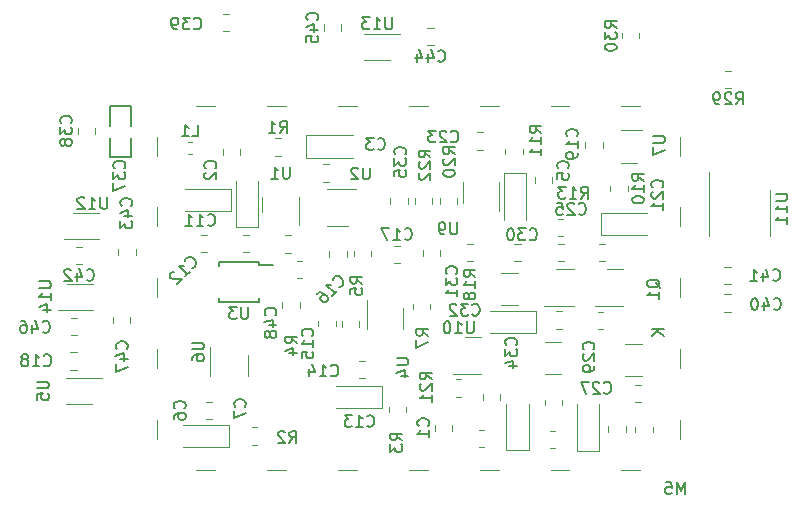
<source format=gbr>
%TF.GenerationSoftware,KiCad,Pcbnew,7.0.8-7.0.8~ubuntu23.04.1*%
%TF.CreationDate,2023-11-20T20:39:39+00:00*%
%TF.ProjectId,USTSIPIN03,55535453-4950-4494-9e30-332e6b696361,REV*%
%TF.SameCoordinates,PX66dd020PY81342c0*%
%TF.FileFunction,Legend,Bot*%
%TF.FilePolarity,Positive*%
%FSLAX46Y46*%
G04 Gerber Fmt 4.6, Leading zero omitted, Abs format (unit mm)*
G04 Created by KiCad (PCBNEW 7.0.8-7.0.8~ubuntu23.04.1) date 2023-11-20 20:39:39*
%MOMM*%
%LPD*%
G01*
G04 APERTURE LIST*
%ADD10C,0.150000*%
%ADD11C,0.120000*%
G04 APERTURE END LIST*
D10*
X61454019Y22280105D02*
X60454019Y22280105D01*
X61454019Y21708677D02*
X60882590Y22137248D01*
X60454019Y21708677D02*
X61025447Y22280105D01*
X23436580Y35900867D02*
X23484200Y35948486D01*
X23484200Y35948486D02*
X23531819Y36091343D01*
X23531819Y36091343D02*
X23531819Y36186581D01*
X23531819Y36186581D02*
X23484200Y36329438D01*
X23484200Y36329438D02*
X23388961Y36424676D01*
X23388961Y36424676D02*
X23293723Y36472295D01*
X23293723Y36472295D02*
X23103247Y36519914D01*
X23103247Y36519914D02*
X22960390Y36519914D01*
X22960390Y36519914D02*
X22769914Y36472295D01*
X22769914Y36472295D02*
X22674676Y36424676D01*
X22674676Y36424676D02*
X22579438Y36329438D01*
X22579438Y36329438D02*
X22531819Y36186581D01*
X22531819Y36186581D02*
X22531819Y36091343D01*
X22531819Y36091343D02*
X22579438Y35948486D01*
X22579438Y35948486D02*
X22627057Y35900867D01*
X22627057Y35519914D02*
X22579438Y35472295D01*
X22579438Y35472295D02*
X22531819Y35377057D01*
X22531819Y35377057D02*
X22531819Y35138962D01*
X22531819Y35138962D02*
X22579438Y35043724D01*
X22579438Y35043724D02*
X22627057Y34996105D01*
X22627057Y34996105D02*
X22722295Y34948486D01*
X22722295Y34948486D02*
X22817533Y34948486D01*
X22817533Y34948486D02*
X22960390Y34996105D01*
X22960390Y34996105D02*
X23531819Y35567533D01*
X23531819Y35567533D02*
X23531819Y34948486D01*
X36513504Y35949181D02*
X36513504Y35139658D01*
X36513504Y35139658D02*
X36465885Y35044420D01*
X36465885Y35044420D02*
X36418266Y34996800D01*
X36418266Y34996800D02*
X36323028Y34949181D01*
X36323028Y34949181D02*
X36132552Y34949181D01*
X36132552Y34949181D02*
X36037314Y34996800D01*
X36037314Y34996800D02*
X35989695Y35044420D01*
X35989695Y35044420D02*
X35942076Y35139658D01*
X35942076Y35139658D02*
X35942076Y35949181D01*
X35513504Y35853943D02*
X35465885Y35901562D01*
X35465885Y35901562D02*
X35370647Y35949181D01*
X35370647Y35949181D02*
X35132552Y35949181D01*
X35132552Y35949181D02*
X35037314Y35901562D01*
X35037314Y35901562D02*
X34989695Y35853943D01*
X34989695Y35853943D02*
X34942076Y35758705D01*
X34942076Y35758705D02*
X34942076Y35663467D01*
X34942076Y35663467D02*
X34989695Y35520610D01*
X34989695Y35520610D02*
X35561123Y34949181D01*
X35561123Y34949181D02*
X34942076Y34949181D01*
X37199866Y37544220D02*
X37247485Y37496600D01*
X37247485Y37496600D02*
X37390342Y37448981D01*
X37390342Y37448981D02*
X37485580Y37448981D01*
X37485580Y37448981D02*
X37628437Y37496600D01*
X37628437Y37496600D02*
X37723675Y37591839D01*
X37723675Y37591839D02*
X37771294Y37687077D01*
X37771294Y37687077D02*
X37818913Y37877553D01*
X37818913Y37877553D02*
X37818913Y38020410D01*
X37818913Y38020410D02*
X37771294Y38210886D01*
X37771294Y38210886D02*
X37723675Y38306124D01*
X37723675Y38306124D02*
X37628437Y38401362D01*
X37628437Y38401362D02*
X37485580Y38448981D01*
X37485580Y38448981D02*
X37390342Y38448981D01*
X37390342Y38448981D02*
X37247485Y38401362D01*
X37247485Y38401362D02*
X37199866Y38353743D01*
X36866532Y38448981D02*
X36247485Y38448981D01*
X36247485Y38448981D02*
X36580818Y38068029D01*
X36580818Y38068029D02*
X36437961Y38068029D01*
X36437961Y38068029D02*
X36342723Y38020410D01*
X36342723Y38020410D02*
X36295104Y37972791D01*
X36295104Y37972791D02*
X36247485Y37877553D01*
X36247485Y37877553D02*
X36247485Y37639458D01*
X36247485Y37639458D02*
X36295104Y37544220D01*
X36295104Y37544220D02*
X36342723Y37496600D01*
X36342723Y37496600D02*
X36437961Y37448981D01*
X36437961Y37448981D02*
X36723675Y37448981D01*
X36723675Y37448981D02*
X36818913Y37496600D01*
X36818913Y37496600D02*
X36866532Y37544220D01*
X25951180Y15707867D02*
X25998800Y15755486D01*
X25998800Y15755486D02*
X26046419Y15898343D01*
X26046419Y15898343D02*
X26046419Y15993581D01*
X26046419Y15993581D02*
X25998800Y16136438D01*
X25998800Y16136438D02*
X25903561Y16231676D01*
X25903561Y16231676D02*
X25808323Y16279295D01*
X25808323Y16279295D02*
X25617847Y16326914D01*
X25617847Y16326914D02*
X25474990Y16326914D01*
X25474990Y16326914D02*
X25284514Y16279295D01*
X25284514Y16279295D02*
X25189276Y16231676D01*
X25189276Y16231676D02*
X25094038Y16136438D01*
X25094038Y16136438D02*
X25046419Y15993581D01*
X25046419Y15993581D02*
X25046419Y15898343D01*
X25046419Y15898343D02*
X25094038Y15755486D01*
X25094038Y15755486D02*
X25141657Y15707867D01*
X25046419Y15374533D02*
X25046419Y14707867D01*
X25046419Y14707867D02*
X26046419Y15136438D01*
X33971230Y25850707D02*
X34038574Y25850707D01*
X34038574Y25850707D02*
X34173261Y25918051D01*
X34173261Y25918051D02*
X34240604Y25985394D01*
X34240604Y25985394D02*
X34307948Y26120081D01*
X34307948Y26120081D02*
X34307948Y26254768D01*
X34307948Y26254768D02*
X34274276Y26355783D01*
X34274276Y26355783D02*
X34173261Y26524142D01*
X34173261Y26524142D02*
X34072246Y26625157D01*
X34072246Y26625157D02*
X33903887Y26726173D01*
X33903887Y26726173D02*
X33802872Y26759844D01*
X33802872Y26759844D02*
X33668185Y26759844D01*
X33668185Y26759844D02*
X33533498Y26692501D01*
X33533498Y26692501D02*
X33466154Y26625157D01*
X33466154Y26625157D02*
X33398811Y26490470D01*
X33398811Y26490470D02*
X33398811Y26423127D01*
X33365139Y25109929D02*
X33769200Y25513990D01*
X33567169Y25311959D02*
X32860063Y26019066D01*
X32860063Y26019066D02*
X33028421Y25985394D01*
X33028421Y25985394D02*
X33163108Y25985394D01*
X33163108Y25985394D02*
X33264124Y26019066D01*
X32051940Y25210944D02*
X32186627Y25345631D01*
X32186627Y25345631D02*
X32287643Y25379302D01*
X32287643Y25379302D02*
X32354986Y25379302D01*
X32354986Y25379302D02*
X32523345Y25345631D01*
X32523345Y25345631D02*
X32691704Y25244615D01*
X32691704Y25244615D02*
X32961078Y24975241D01*
X32961078Y24975241D02*
X32994749Y24874226D01*
X32994749Y24874226D02*
X32994749Y24806883D01*
X32994749Y24806883D02*
X32961078Y24705867D01*
X32961078Y24705867D02*
X32826391Y24571180D01*
X32826391Y24571180D02*
X32725375Y24537509D01*
X32725375Y24537509D02*
X32658032Y24537509D01*
X32658032Y24537509D02*
X32557017Y24571180D01*
X32557017Y24571180D02*
X32388658Y24739539D01*
X32388658Y24739539D02*
X32354986Y24840554D01*
X32354986Y24840554D02*
X32354986Y24907898D01*
X32354986Y24907898D02*
X32388658Y25008913D01*
X32388658Y25008913D02*
X32523345Y25143600D01*
X32523345Y25143600D02*
X32624360Y25177272D01*
X32624360Y25177272D02*
X32691704Y25177272D01*
X32691704Y25177272D02*
X32792719Y25143600D01*
X39279819Y12837667D02*
X38803628Y13171000D01*
X39279819Y13409095D02*
X38279819Y13409095D01*
X38279819Y13409095D02*
X38279819Y13028143D01*
X38279819Y13028143D02*
X38327438Y12932905D01*
X38327438Y12932905D02*
X38375057Y12885286D01*
X38375057Y12885286D02*
X38470295Y12837667D01*
X38470295Y12837667D02*
X38613152Y12837667D01*
X38613152Y12837667D02*
X38708390Y12885286D01*
X38708390Y12885286D02*
X38756009Y12932905D01*
X38756009Y12932905D02*
X38803628Y13028143D01*
X38803628Y13028143D02*
X38803628Y13409095D01*
X38279819Y12504333D02*
X38279819Y11885286D01*
X38279819Y11885286D02*
X38660771Y12218619D01*
X38660771Y12218619D02*
X38660771Y12075762D01*
X38660771Y12075762D02*
X38708390Y11980524D01*
X38708390Y11980524D02*
X38756009Y11932905D01*
X38756009Y11932905D02*
X38851247Y11885286D01*
X38851247Y11885286D02*
X39089342Y11885286D01*
X39089342Y11885286D02*
X39184580Y11932905D01*
X39184580Y11932905D02*
X39232200Y11980524D01*
X39232200Y11980524D02*
X39279819Y12075762D01*
X39279819Y12075762D02*
X39279819Y12361476D01*
X39279819Y12361476D02*
X39232200Y12456714D01*
X39232200Y12456714D02*
X39184580Y12504333D01*
X29732266Y12626181D02*
X30065599Y13102372D01*
X30303694Y12626181D02*
X30303694Y13626181D01*
X30303694Y13626181D02*
X29922742Y13626181D01*
X29922742Y13626181D02*
X29827504Y13578562D01*
X29827504Y13578562D02*
X29779885Y13530943D01*
X29779885Y13530943D02*
X29732266Y13435705D01*
X29732266Y13435705D02*
X29732266Y13292848D01*
X29732266Y13292848D02*
X29779885Y13197610D01*
X29779885Y13197610D02*
X29827504Y13149991D01*
X29827504Y13149991D02*
X29922742Y13102372D01*
X29922742Y13102372D02*
X30303694Y13102372D01*
X29351313Y13530943D02*
X29303694Y13578562D01*
X29303694Y13578562D02*
X29208456Y13626181D01*
X29208456Y13626181D02*
X28970361Y13626181D01*
X28970361Y13626181D02*
X28875123Y13578562D01*
X28875123Y13578562D02*
X28827504Y13530943D01*
X28827504Y13530943D02*
X28779885Y13435705D01*
X28779885Y13435705D02*
X28779885Y13340467D01*
X28779885Y13340467D02*
X28827504Y13197610D01*
X28827504Y13197610D02*
X29398932Y12626181D01*
X29398932Y12626181D02*
X28779885Y12626181D01*
X35901619Y26121867D02*
X35425428Y26455200D01*
X35901619Y26693295D02*
X34901619Y26693295D01*
X34901619Y26693295D02*
X34901619Y26312343D01*
X34901619Y26312343D02*
X34949238Y26217105D01*
X34949238Y26217105D02*
X34996857Y26169486D01*
X34996857Y26169486D02*
X35092095Y26121867D01*
X35092095Y26121867D02*
X35234952Y26121867D01*
X35234952Y26121867D02*
X35330190Y26169486D01*
X35330190Y26169486D02*
X35377809Y26217105D01*
X35377809Y26217105D02*
X35425428Y26312343D01*
X35425428Y26312343D02*
X35425428Y26693295D01*
X34901619Y25217105D02*
X34901619Y25693295D01*
X34901619Y25693295D02*
X35377809Y25740914D01*
X35377809Y25740914D02*
X35330190Y25693295D01*
X35330190Y25693295D02*
X35282571Y25598057D01*
X35282571Y25598057D02*
X35282571Y25359962D01*
X35282571Y25359962D02*
X35330190Y25264724D01*
X35330190Y25264724D02*
X35377809Y25217105D01*
X35377809Y25217105D02*
X35473047Y25169486D01*
X35473047Y25169486D02*
X35711142Y25169486D01*
X35711142Y25169486D02*
X35806380Y25217105D01*
X35806380Y25217105D02*
X35854000Y25264724D01*
X35854000Y25264724D02*
X35901619Y25359962D01*
X35901619Y25359962D02*
X35901619Y25598057D01*
X35901619Y25598057D02*
X35854000Y25693295D01*
X35854000Y25693295D02*
X35806380Y25740914D01*
X63205723Y8304581D02*
X63205723Y9304581D01*
X63205723Y9304581D02*
X62872390Y8590296D01*
X62872390Y8590296D02*
X62539057Y9304581D01*
X62539057Y9304581D02*
X62539057Y8304581D01*
X61586676Y9304581D02*
X62062866Y9304581D01*
X62062866Y9304581D02*
X62110485Y8828391D01*
X62110485Y8828391D02*
X62062866Y8876010D01*
X62062866Y8876010D02*
X61967628Y8923629D01*
X61967628Y8923629D02*
X61729533Y8923629D01*
X61729533Y8923629D02*
X61634295Y8876010D01*
X61634295Y8876010D02*
X61586676Y8828391D01*
X61586676Y8828391D02*
X61539057Y8733153D01*
X61539057Y8733153D02*
X61539057Y8495058D01*
X61539057Y8495058D02*
X61586676Y8399820D01*
X61586676Y8399820D02*
X61634295Y8352200D01*
X61634295Y8352200D02*
X61729533Y8304581D01*
X61729533Y8304581D02*
X61967628Y8304581D01*
X61967628Y8304581D02*
X62062866Y8352200D01*
X62062866Y8352200D02*
X62110485Y8399820D01*
X21490419Y21129105D02*
X22299942Y21129105D01*
X22299942Y21129105D02*
X22395180Y21081486D01*
X22395180Y21081486D02*
X22442800Y21033867D01*
X22442800Y21033867D02*
X22490419Y20938629D01*
X22490419Y20938629D02*
X22490419Y20748153D01*
X22490419Y20748153D02*
X22442800Y20652915D01*
X22442800Y20652915D02*
X22395180Y20605296D01*
X22395180Y20605296D02*
X22299942Y20557677D01*
X22299942Y20557677D02*
X21490419Y20557677D01*
X21490419Y19652915D02*
X21490419Y19843391D01*
X21490419Y19843391D02*
X21538038Y19938629D01*
X21538038Y19938629D02*
X21585657Y19986248D01*
X21585657Y19986248D02*
X21728514Y20081486D01*
X21728514Y20081486D02*
X21918990Y20129105D01*
X21918990Y20129105D02*
X22299942Y20129105D01*
X22299942Y20129105D02*
X22395180Y20081486D01*
X22395180Y20081486D02*
X22442800Y20033867D01*
X22442800Y20033867D02*
X22490419Y19938629D01*
X22490419Y19938629D02*
X22490419Y19748153D01*
X22490419Y19748153D02*
X22442800Y19652915D01*
X22442800Y19652915D02*
X22395180Y19605296D01*
X22395180Y19605296D02*
X22299942Y19557677D01*
X22299942Y19557677D02*
X22061847Y19557677D01*
X22061847Y19557677D02*
X21966609Y19605296D01*
X21966609Y19605296D02*
X21918990Y19652915D01*
X21918990Y19652915D02*
X21871371Y19748153D01*
X21871371Y19748153D02*
X21871371Y19938629D01*
X21871371Y19938629D02*
X21918990Y20033867D01*
X21918990Y20033867D02*
X21966609Y20081486D01*
X21966609Y20081486D02*
X22061847Y20129105D01*
X45208257Y23512820D02*
X45255876Y23465200D01*
X45255876Y23465200D02*
X45398733Y23417581D01*
X45398733Y23417581D02*
X45493971Y23417581D01*
X45493971Y23417581D02*
X45636828Y23465200D01*
X45636828Y23465200D02*
X45732066Y23560439D01*
X45732066Y23560439D02*
X45779685Y23655677D01*
X45779685Y23655677D02*
X45827304Y23846153D01*
X45827304Y23846153D02*
X45827304Y23989010D01*
X45827304Y23989010D02*
X45779685Y24179486D01*
X45779685Y24179486D02*
X45732066Y24274724D01*
X45732066Y24274724D02*
X45636828Y24369962D01*
X45636828Y24369962D02*
X45493971Y24417581D01*
X45493971Y24417581D02*
X45398733Y24417581D01*
X45398733Y24417581D02*
X45255876Y24369962D01*
X45255876Y24369962D02*
X45208257Y24322343D01*
X44874923Y24417581D02*
X44255876Y24417581D01*
X44255876Y24417581D02*
X44589209Y24036629D01*
X44589209Y24036629D02*
X44446352Y24036629D01*
X44446352Y24036629D02*
X44351114Y23989010D01*
X44351114Y23989010D02*
X44303495Y23941391D01*
X44303495Y23941391D02*
X44255876Y23846153D01*
X44255876Y23846153D02*
X44255876Y23608058D01*
X44255876Y23608058D02*
X44303495Y23512820D01*
X44303495Y23512820D02*
X44351114Y23465200D01*
X44351114Y23465200D02*
X44446352Y23417581D01*
X44446352Y23417581D02*
X44732066Y23417581D01*
X44732066Y23417581D02*
X44827304Y23465200D01*
X44827304Y23465200D02*
X44874923Y23512820D01*
X43874923Y24322343D02*
X43827304Y24369962D01*
X43827304Y24369962D02*
X43732066Y24417581D01*
X43732066Y24417581D02*
X43493971Y24417581D01*
X43493971Y24417581D02*
X43398733Y24369962D01*
X43398733Y24369962D02*
X43351114Y24322343D01*
X43351114Y24322343D02*
X43303495Y24227105D01*
X43303495Y24227105D02*
X43303495Y24131867D01*
X43303495Y24131867D02*
X43351114Y23989010D01*
X43351114Y23989010D02*
X43922542Y23417581D01*
X43922542Y23417581D02*
X43303495Y23417581D01*
X43930304Y31300981D02*
X43930304Y30491458D01*
X43930304Y30491458D02*
X43882685Y30396220D01*
X43882685Y30396220D02*
X43835066Y30348600D01*
X43835066Y30348600D02*
X43739828Y30300981D01*
X43739828Y30300981D02*
X43549352Y30300981D01*
X43549352Y30300981D02*
X43454114Y30348600D01*
X43454114Y30348600D02*
X43406495Y30396220D01*
X43406495Y30396220D02*
X43358876Y30491458D01*
X43358876Y30491458D02*
X43358876Y31300981D01*
X42835066Y30300981D02*
X42644590Y30300981D01*
X42644590Y30300981D02*
X42549352Y30348600D01*
X42549352Y30348600D02*
X42501733Y30396220D01*
X42501733Y30396220D02*
X42406495Y30539077D01*
X42406495Y30539077D02*
X42358876Y30729553D01*
X42358876Y30729553D02*
X42358876Y31110505D01*
X42358876Y31110505D02*
X42406495Y31205743D01*
X42406495Y31205743D02*
X42454114Y31253362D01*
X42454114Y31253362D02*
X42549352Y31300981D01*
X42549352Y31300981D02*
X42739828Y31300981D01*
X42739828Y31300981D02*
X42835066Y31253362D01*
X42835066Y31253362D02*
X42882685Y31205743D01*
X42882685Y31205743D02*
X42930304Y31110505D01*
X42930304Y31110505D02*
X42930304Y30872410D01*
X42930304Y30872410D02*
X42882685Y30777172D01*
X42882685Y30777172D02*
X42835066Y30729553D01*
X42835066Y30729553D02*
X42739828Y30681934D01*
X42739828Y30681934D02*
X42549352Y30681934D01*
X42549352Y30681934D02*
X42454114Y30729553D01*
X42454114Y30729553D02*
X42406495Y30777172D01*
X42406495Y30777172D02*
X42358876Y30872410D01*
X21499830Y27476307D02*
X21567174Y27476307D01*
X21567174Y27476307D02*
X21701861Y27543651D01*
X21701861Y27543651D02*
X21769204Y27610994D01*
X21769204Y27610994D02*
X21836548Y27745681D01*
X21836548Y27745681D02*
X21836548Y27880368D01*
X21836548Y27880368D02*
X21802876Y27981383D01*
X21802876Y27981383D02*
X21701861Y28149742D01*
X21701861Y28149742D02*
X21600846Y28250757D01*
X21600846Y28250757D02*
X21432487Y28351773D01*
X21432487Y28351773D02*
X21331472Y28385444D01*
X21331472Y28385444D02*
X21196785Y28385444D01*
X21196785Y28385444D02*
X21062098Y28318101D01*
X21062098Y28318101D02*
X20994754Y28250757D01*
X20994754Y28250757D02*
X20927411Y28116070D01*
X20927411Y28116070D02*
X20927411Y28048727D01*
X20893739Y26735529D02*
X21297800Y27139590D01*
X21095769Y26937559D02*
X20388663Y27644666D01*
X20388663Y27644666D02*
X20557021Y27610994D01*
X20557021Y27610994D02*
X20691708Y27610994D01*
X20691708Y27610994D02*
X20792724Y27644666D01*
X19984601Y27105918D02*
X19917258Y27105918D01*
X19917258Y27105918D02*
X19816243Y27072246D01*
X19816243Y27072246D02*
X19647884Y26903887D01*
X19647884Y26903887D02*
X19614212Y26802872D01*
X19614212Y26802872D02*
X19614212Y26735528D01*
X19614212Y26735528D02*
X19647884Y26634513D01*
X19647884Y26634513D02*
X19715227Y26567170D01*
X19715227Y26567170D02*
X19849914Y26499826D01*
X19849914Y26499826D02*
X20658036Y26499826D01*
X20658036Y26499826D02*
X20220304Y26062093D01*
X8835457Y22065020D02*
X8883076Y22017400D01*
X8883076Y22017400D02*
X9025933Y21969781D01*
X9025933Y21969781D02*
X9121171Y21969781D01*
X9121171Y21969781D02*
X9264028Y22017400D01*
X9264028Y22017400D02*
X9359266Y22112639D01*
X9359266Y22112639D02*
X9406885Y22207877D01*
X9406885Y22207877D02*
X9454504Y22398353D01*
X9454504Y22398353D02*
X9454504Y22541210D01*
X9454504Y22541210D02*
X9406885Y22731686D01*
X9406885Y22731686D02*
X9359266Y22826924D01*
X9359266Y22826924D02*
X9264028Y22922162D01*
X9264028Y22922162D02*
X9121171Y22969781D01*
X9121171Y22969781D02*
X9025933Y22969781D01*
X9025933Y22969781D02*
X8883076Y22922162D01*
X8883076Y22922162D02*
X8835457Y22874543D01*
X7978314Y22636448D02*
X7978314Y21969781D01*
X8216409Y23017400D02*
X8454504Y22303115D01*
X8454504Y22303115D02*
X7835457Y22303115D01*
X7025933Y22969781D02*
X7216409Y22969781D01*
X7216409Y22969781D02*
X7311647Y22922162D01*
X7311647Y22922162D02*
X7359266Y22874543D01*
X7359266Y22874543D02*
X7454504Y22731686D01*
X7454504Y22731686D02*
X7502123Y22541210D01*
X7502123Y22541210D02*
X7502123Y22160258D01*
X7502123Y22160258D02*
X7454504Y22065020D01*
X7454504Y22065020D02*
X7406885Y22017400D01*
X7406885Y22017400D02*
X7311647Y21969781D01*
X7311647Y21969781D02*
X7121171Y21969781D01*
X7121171Y21969781D02*
X7025933Y22017400D01*
X7025933Y22017400D02*
X6978314Y22065020D01*
X6978314Y22065020D02*
X6930695Y22160258D01*
X6930695Y22160258D02*
X6930695Y22398353D01*
X6930695Y22398353D02*
X6978314Y22493591D01*
X6978314Y22493591D02*
X7025933Y22541210D01*
X7025933Y22541210D02*
X7121171Y22588829D01*
X7121171Y22588829D02*
X7311647Y22588829D01*
X7311647Y22588829D02*
X7406885Y22541210D01*
X7406885Y22541210D02*
X7454504Y22493591D01*
X7454504Y22493591D02*
X7502123Y22398353D01*
X8937057Y19220220D02*
X8984676Y19172600D01*
X8984676Y19172600D02*
X9127533Y19124981D01*
X9127533Y19124981D02*
X9222771Y19124981D01*
X9222771Y19124981D02*
X9365628Y19172600D01*
X9365628Y19172600D02*
X9460866Y19267839D01*
X9460866Y19267839D02*
X9508485Y19363077D01*
X9508485Y19363077D02*
X9556104Y19553553D01*
X9556104Y19553553D02*
X9556104Y19696410D01*
X9556104Y19696410D02*
X9508485Y19886886D01*
X9508485Y19886886D02*
X9460866Y19982124D01*
X9460866Y19982124D02*
X9365628Y20077362D01*
X9365628Y20077362D02*
X9222771Y20124981D01*
X9222771Y20124981D02*
X9127533Y20124981D01*
X9127533Y20124981D02*
X8984676Y20077362D01*
X8984676Y20077362D02*
X8937057Y20029743D01*
X7984676Y19124981D02*
X8556104Y19124981D01*
X8270390Y19124981D02*
X8270390Y20124981D01*
X8270390Y20124981D02*
X8365628Y19982124D01*
X8365628Y19982124D02*
X8460866Y19886886D01*
X8460866Y19886886D02*
X8556104Y19839267D01*
X7413247Y19696410D02*
X7508485Y19744029D01*
X7508485Y19744029D02*
X7556104Y19791648D01*
X7556104Y19791648D02*
X7603723Y19886886D01*
X7603723Y19886886D02*
X7603723Y19934505D01*
X7603723Y19934505D02*
X7556104Y20029743D01*
X7556104Y20029743D02*
X7508485Y20077362D01*
X7508485Y20077362D02*
X7413247Y20124981D01*
X7413247Y20124981D02*
X7222771Y20124981D01*
X7222771Y20124981D02*
X7127533Y20077362D01*
X7127533Y20077362D02*
X7079914Y20029743D01*
X7079914Y20029743D02*
X7032295Y19934505D01*
X7032295Y19934505D02*
X7032295Y19886886D01*
X7032295Y19886886D02*
X7079914Y19791648D01*
X7079914Y19791648D02*
X7127533Y19744029D01*
X7127533Y19744029D02*
X7222771Y19696410D01*
X7222771Y19696410D02*
X7413247Y19696410D01*
X7413247Y19696410D02*
X7508485Y19648791D01*
X7508485Y19648791D02*
X7556104Y19601172D01*
X7556104Y19601172D02*
X7603723Y19505934D01*
X7603723Y19505934D02*
X7603723Y19315458D01*
X7603723Y19315458D02*
X7556104Y19220220D01*
X7556104Y19220220D02*
X7508485Y19172600D01*
X7508485Y19172600D02*
X7413247Y19124981D01*
X7413247Y19124981D02*
X7222771Y19124981D01*
X7222771Y19124981D02*
X7127533Y19172600D01*
X7127533Y19172600D02*
X7079914Y19220220D01*
X7079914Y19220220D02*
X7032295Y19315458D01*
X7032295Y19315458D02*
X7032295Y19505934D01*
X7032295Y19505934D02*
X7079914Y19601172D01*
X7079914Y19601172D02*
X7127533Y19648791D01*
X7127533Y19648791D02*
X7222771Y19696410D01*
X11215580Y39704458D02*
X11263200Y39752077D01*
X11263200Y39752077D02*
X11310819Y39894934D01*
X11310819Y39894934D02*
X11310819Y39990172D01*
X11310819Y39990172D02*
X11263200Y40133029D01*
X11263200Y40133029D02*
X11167961Y40228267D01*
X11167961Y40228267D02*
X11072723Y40275886D01*
X11072723Y40275886D02*
X10882247Y40323505D01*
X10882247Y40323505D02*
X10739390Y40323505D01*
X10739390Y40323505D02*
X10548914Y40275886D01*
X10548914Y40275886D02*
X10453676Y40228267D01*
X10453676Y40228267D02*
X10358438Y40133029D01*
X10358438Y40133029D02*
X10310819Y39990172D01*
X10310819Y39990172D02*
X10310819Y39894934D01*
X10310819Y39894934D02*
X10358438Y39752077D01*
X10358438Y39752077D02*
X10406057Y39704458D01*
X10310819Y39371124D02*
X10310819Y38752077D01*
X10310819Y38752077D02*
X10691771Y39085410D01*
X10691771Y39085410D02*
X10691771Y38942553D01*
X10691771Y38942553D02*
X10739390Y38847315D01*
X10739390Y38847315D02*
X10787009Y38799696D01*
X10787009Y38799696D02*
X10882247Y38752077D01*
X10882247Y38752077D02*
X11120342Y38752077D01*
X11120342Y38752077D02*
X11215580Y38799696D01*
X11215580Y38799696D02*
X11263200Y38847315D01*
X11263200Y38847315D02*
X11310819Y38942553D01*
X11310819Y38942553D02*
X11310819Y39228267D01*
X11310819Y39228267D02*
X11263200Y39323505D01*
X11263200Y39323505D02*
X11215580Y39371124D01*
X10739390Y38180648D02*
X10691771Y38275886D01*
X10691771Y38275886D02*
X10644152Y38323505D01*
X10644152Y38323505D02*
X10548914Y38371124D01*
X10548914Y38371124D02*
X10501295Y38371124D01*
X10501295Y38371124D02*
X10406057Y38323505D01*
X10406057Y38323505D02*
X10358438Y38275886D01*
X10358438Y38275886D02*
X10310819Y38180648D01*
X10310819Y38180648D02*
X10310819Y37990172D01*
X10310819Y37990172D02*
X10358438Y37894934D01*
X10358438Y37894934D02*
X10406057Y37847315D01*
X10406057Y37847315D02*
X10501295Y37799696D01*
X10501295Y37799696D02*
X10548914Y37799696D01*
X10548914Y37799696D02*
X10644152Y37847315D01*
X10644152Y37847315D02*
X10691771Y37894934D01*
X10691771Y37894934D02*
X10739390Y37990172D01*
X10739390Y37990172D02*
X10739390Y38180648D01*
X10739390Y38180648D02*
X10787009Y38275886D01*
X10787009Y38275886D02*
X10834628Y38323505D01*
X10834628Y38323505D02*
X10929866Y38371124D01*
X10929866Y38371124D02*
X11120342Y38371124D01*
X11120342Y38371124D02*
X11215580Y38323505D01*
X11215580Y38323505D02*
X11263200Y38275886D01*
X11263200Y38275886D02*
X11310819Y38180648D01*
X11310819Y38180648D02*
X11310819Y37990172D01*
X11310819Y37990172D02*
X11263200Y37894934D01*
X11263200Y37894934D02*
X11215580Y37847315D01*
X11215580Y37847315D02*
X11120342Y37799696D01*
X11120342Y37799696D02*
X10929866Y37799696D01*
X10929866Y37799696D02*
X10834628Y37847315D01*
X10834628Y37847315D02*
X10787009Y37894934D01*
X10787009Y37894934D02*
X10739390Y37990172D01*
X8358619Y17827105D02*
X9168142Y17827105D01*
X9168142Y17827105D02*
X9263380Y17779486D01*
X9263380Y17779486D02*
X9311000Y17731867D01*
X9311000Y17731867D02*
X9358619Y17636629D01*
X9358619Y17636629D02*
X9358619Y17446153D01*
X9358619Y17446153D02*
X9311000Y17350915D01*
X9311000Y17350915D02*
X9263380Y17303296D01*
X9263380Y17303296D02*
X9168142Y17255677D01*
X9168142Y17255677D02*
X8358619Y17255677D01*
X8358619Y16303296D02*
X8358619Y16779486D01*
X8358619Y16779486D02*
X8834809Y16827105D01*
X8834809Y16827105D02*
X8787190Y16779486D01*
X8787190Y16779486D02*
X8739571Y16684248D01*
X8739571Y16684248D02*
X8739571Y16446153D01*
X8739571Y16446153D02*
X8787190Y16350915D01*
X8787190Y16350915D02*
X8834809Y16303296D01*
X8834809Y16303296D02*
X8930047Y16255677D01*
X8930047Y16255677D02*
X9168142Y16255677D01*
X9168142Y16255677D02*
X9263380Y16303296D01*
X9263380Y16303296D02*
X9311000Y16350915D01*
X9311000Y16350915D02*
X9358619Y16446153D01*
X9358619Y16446153D02*
X9358619Y16684248D01*
X9358619Y16684248D02*
X9311000Y16779486D01*
X9311000Y16779486D02*
X9263380Y16827105D01*
X36304457Y14093020D02*
X36352076Y14045400D01*
X36352076Y14045400D02*
X36494933Y13997781D01*
X36494933Y13997781D02*
X36590171Y13997781D01*
X36590171Y13997781D02*
X36733028Y14045400D01*
X36733028Y14045400D02*
X36828266Y14140639D01*
X36828266Y14140639D02*
X36875885Y14235877D01*
X36875885Y14235877D02*
X36923504Y14426353D01*
X36923504Y14426353D02*
X36923504Y14569210D01*
X36923504Y14569210D02*
X36875885Y14759686D01*
X36875885Y14759686D02*
X36828266Y14854924D01*
X36828266Y14854924D02*
X36733028Y14950162D01*
X36733028Y14950162D02*
X36590171Y14997781D01*
X36590171Y14997781D02*
X36494933Y14997781D01*
X36494933Y14997781D02*
X36352076Y14950162D01*
X36352076Y14950162D02*
X36304457Y14902543D01*
X35352076Y13997781D02*
X35923504Y13997781D01*
X35637790Y13997781D02*
X35637790Y14997781D01*
X35637790Y14997781D02*
X35733028Y14854924D01*
X35733028Y14854924D02*
X35828266Y14759686D01*
X35828266Y14759686D02*
X35923504Y14712067D01*
X35018742Y14997781D02*
X34399695Y14997781D01*
X34399695Y14997781D02*
X34733028Y14616829D01*
X34733028Y14616829D02*
X34590171Y14616829D01*
X34590171Y14616829D02*
X34494933Y14569210D01*
X34494933Y14569210D02*
X34447314Y14521591D01*
X34447314Y14521591D02*
X34399695Y14426353D01*
X34399695Y14426353D02*
X34399695Y14188258D01*
X34399695Y14188258D02*
X34447314Y14093020D01*
X34447314Y14093020D02*
X34494933Y14045400D01*
X34494933Y14045400D02*
X34590171Y13997781D01*
X34590171Y13997781D02*
X34875885Y13997781D01*
X34875885Y13997781D02*
X34971123Y14045400D01*
X34971123Y14045400D02*
X35018742Y14093020D01*
X45477419Y26699658D02*
X45001228Y27032991D01*
X45477419Y27271086D02*
X44477419Y27271086D01*
X44477419Y27271086D02*
X44477419Y26890134D01*
X44477419Y26890134D02*
X44525038Y26794896D01*
X44525038Y26794896D02*
X44572657Y26747277D01*
X44572657Y26747277D02*
X44667895Y26699658D01*
X44667895Y26699658D02*
X44810752Y26699658D01*
X44810752Y26699658D02*
X44905990Y26747277D01*
X44905990Y26747277D02*
X44953609Y26794896D01*
X44953609Y26794896D02*
X45001228Y26890134D01*
X45001228Y26890134D02*
X45001228Y27271086D01*
X45477419Y25747277D02*
X45477419Y26318705D01*
X45477419Y26032991D02*
X44477419Y26032991D01*
X44477419Y26032991D02*
X44620276Y26128229D01*
X44620276Y26128229D02*
X44715514Y26223467D01*
X44715514Y26223467D02*
X44763133Y26318705D01*
X44905990Y25175848D02*
X44858371Y25271086D01*
X44858371Y25271086D02*
X44810752Y25318705D01*
X44810752Y25318705D02*
X44715514Y25366324D01*
X44715514Y25366324D02*
X44667895Y25366324D01*
X44667895Y25366324D02*
X44572657Y25318705D01*
X44572657Y25318705D02*
X44525038Y25271086D01*
X44525038Y25271086D02*
X44477419Y25175848D01*
X44477419Y25175848D02*
X44477419Y24985372D01*
X44477419Y24985372D02*
X44525038Y24890134D01*
X44525038Y24890134D02*
X44572657Y24842515D01*
X44572657Y24842515D02*
X44667895Y24794896D01*
X44667895Y24794896D02*
X44715514Y24794896D01*
X44715514Y24794896D02*
X44810752Y24842515D01*
X44810752Y24842515D02*
X44858371Y24890134D01*
X44858371Y24890134D02*
X44905990Y24985372D01*
X44905990Y24985372D02*
X44905990Y25175848D01*
X44905990Y25175848D02*
X44953609Y25271086D01*
X44953609Y25271086D02*
X45001228Y25318705D01*
X45001228Y25318705D02*
X45096466Y25366324D01*
X45096466Y25366324D02*
X45286942Y25366324D01*
X45286942Y25366324D02*
X45382180Y25318705D01*
X45382180Y25318705D02*
X45429800Y25271086D01*
X45429800Y25271086D02*
X45477419Y25175848D01*
X45477419Y25175848D02*
X45477419Y24985372D01*
X45477419Y24985372D02*
X45429800Y24890134D01*
X45429800Y24890134D02*
X45382180Y24842515D01*
X45382180Y24842515D02*
X45286942Y24794896D01*
X45286942Y24794896D02*
X45096466Y24794896D01*
X45096466Y24794896D02*
X45001228Y24842515D01*
X45001228Y24842515D02*
X44953609Y24890134D01*
X44953609Y24890134D02*
X44905990Y24985372D01*
X43858180Y26953658D02*
X43905800Y27001277D01*
X43905800Y27001277D02*
X43953419Y27144134D01*
X43953419Y27144134D02*
X43953419Y27239372D01*
X43953419Y27239372D02*
X43905800Y27382229D01*
X43905800Y27382229D02*
X43810561Y27477467D01*
X43810561Y27477467D02*
X43715323Y27525086D01*
X43715323Y27525086D02*
X43524847Y27572705D01*
X43524847Y27572705D02*
X43381990Y27572705D01*
X43381990Y27572705D02*
X43191514Y27525086D01*
X43191514Y27525086D02*
X43096276Y27477467D01*
X43096276Y27477467D02*
X43001038Y27382229D01*
X43001038Y27382229D02*
X42953419Y27239372D01*
X42953419Y27239372D02*
X42953419Y27144134D01*
X42953419Y27144134D02*
X43001038Y27001277D01*
X43001038Y27001277D02*
X43048657Y26953658D01*
X42953419Y26620324D02*
X42953419Y26001277D01*
X42953419Y26001277D02*
X43334371Y26334610D01*
X43334371Y26334610D02*
X43334371Y26191753D01*
X43334371Y26191753D02*
X43381990Y26096515D01*
X43381990Y26096515D02*
X43429609Y26048896D01*
X43429609Y26048896D02*
X43524847Y26001277D01*
X43524847Y26001277D02*
X43762942Y26001277D01*
X43762942Y26001277D02*
X43858180Y26048896D01*
X43858180Y26048896D02*
X43905800Y26096515D01*
X43905800Y26096515D02*
X43953419Y26191753D01*
X43953419Y26191753D02*
X43953419Y26477467D01*
X43953419Y26477467D02*
X43905800Y26572705D01*
X43905800Y26572705D02*
X43858180Y26620324D01*
X43953419Y25048896D02*
X43953419Y25620324D01*
X43953419Y25334610D02*
X42953419Y25334610D01*
X42953419Y25334610D02*
X43096276Y25429848D01*
X43096276Y25429848D02*
X43191514Y25525086D01*
X43191514Y25525086D02*
X43239133Y25620324D01*
X14307494Y33434581D02*
X14307494Y32625058D01*
X14307494Y32625058D02*
X14259875Y32529820D01*
X14259875Y32529820D02*
X14212256Y32482200D01*
X14212256Y32482200D02*
X14117018Y32434581D01*
X14117018Y32434581D02*
X13926542Y32434581D01*
X13926542Y32434581D02*
X13831304Y32482200D01*
X13831304Y32482200D02*
X13783685Y32529820D01*
X13783685Y32529820D02*
X13736066Y32625058D01*
X13736066Y32625058D02*
X13736066Y33434581D01*
X12736066Y32434581D02*
X13307494Y32434581D01*
X13021780Y32434581D02*
X13021780Y33434581D01*
X13021780Y33434581D02*
X13117018Y33291724D01*
X13117018Y33291724D02*
X13212256Y33196486D01*
X13212256Y33196486D02*
X13307494Y33148867D01*
X12355113Y33339343D02*
X12307494Y33386962D01*
X12307494Y33386962D02*
X12212256Y33434581D01*
X12212256Y33434581D02*
X11974161Y33434581D01*
X11974161Y33434581D02*
X11878923Y33386962D01*
X11878923Y33386962D02*
X11831304Y33339343D01*
X11831304Y33339343D02*
X11783685Y33244105D01*
X11783685Y33244105D02*
X11783685Y33148867D01*
X11783685Y33148867D02*
X11831304Y33006010D01*
X11831304Y33006010D02*
X12402732Y32434581D01*
X12402732Y32434581D02*
X11783685Y32434581D01*
X48912780Y20933858D02*
X48960400Y20981477D01*
X48960400Y20981477D02*
X49008019Y21124334D01*
X49008019Y21124334D02*
X49008019Y21219572D01*
X49008019Y21219572D02*
X48960400Y21362429D01*
X48960400Y21362429D02*
X48865161Y21457667D01*
X48865161Y21457667D02*
X48769923Y21505286D01*
X48769923Y21505286D02*
X48579447Y21552905D01*
X48579447Y21552905D02*
X48436590Y21552905D01*
X48436590Y21552905D02*
X48246114Y21505286D01*
X48246114Y21505286D02*
X48150876Y21457667D01*
X48150876Y21457667D02*
X48055638Y21362429D01*
X48055638Y21362429D02*
X48008019Y21219572D01*
X48008019Y21219572D02*
X48008019Y21124334D01*
X48008019Y21124334D02*
X48055638Y20981477D01*
X48055638Y20981477D02*
X48103257Y20933858D01*
X48008019Y20600524D02*
X48008019Y19981477D01*
X48008019Y19981477D02*
X48388971Y20314810D01*
X48388971Y20314810D02*
X48388971Y20171953D01*
X48388971Y20171953D02*
X48436590Y20076715D01*
X48436590Y20076715D02*
X48484209Y20029096D01*
X48484209Y20029096D02*
X48579447Y19981477D01*
X48579447Y19981477D02*
X48817542Y19981477D01*
X48817542Y19981477D02*
X48912780Y20029096D01*
X48912780Y20029096D02*
X48960400Y20076715D01*
X48960400Y20076715D02*
X49008019Y20171953D01*
X49008019Y20171953D02*
X49008019Y20457667D01*
X49008019Y20457667D02*
X48960400Y20552905D01*
X48960400Y20552905D02*
X48912780Y20600524D01*
X48341352Y19124334D02*
X49008019Y19124334D01*
X47960400Y19362429D02*
X48674685Y19600524D01*
X48674685Y19600524D02*
X48674685Y18981477D01*
X26212704Y24141781D02*
X26212704Y23332258D01*
X26212704Y23332258D02*
X26165085Y23237020D01*
X26165085Y23237020D02*
X26117466Y23189400D01*
X26117466Y23189400D02*
X26022228Y23141781D01*
X26022228Y23141781D02*
X25831752Y23141781D01*
X25831752Y23141781D02*
X25736514Y23189400D01*
X25736514Y23189400D02*
X25688895Y23237020D01*
X25688895Y23237020D02*
X25641276Y23332258D01*
X25641276Y23332258D02*
X25641276Y24141781D01*
X25260323Y24141781D02*
X24641276Y24141781D01*
X24641276Y24141781D02*
X24974609Y23760829D01*
X24974609Y23760829D02*
X24831752Y23760829D01*
X24831752Y23760829D02*
X24736514Y23713210D01*
X24736514Y23713210D02*
X24688895Y23665591D01*
X24688895Y23665591D02*
X24641276Y23570353D01*
X24641276Y23570353D02*
X24641276Y23332258D01*
X24641276Y23332258D02*
X24688895Y23237020D01*
X24688895Y23237020D02*
X24736514Y23189400D01*
X24736514Y23189400D02*
X24831752Y23141781D01*
X24831752Y23141781D02*
X25117466Y23141781D01*
X25117466Y23141781D02*
X25212704Y23189400D01*
X25212704Y23189400D02*
X25260323Y23237020D01*
X70659057Y26433820D02*
X70706676Y26386200D01*
X70706676Y26386200D02*
X70849533Y26338581D01*
X70849533Y26338581D02*
X70944771Y26338581D01*
X70944771Y26338581D02*
X71087628Y26386200D01*
X71087628Y26386200D02*
X71182866Y26481439D01*
X71182866Y26481439D02*
X71230485Y26576677D01*
X71230485Y26576677D02*
X71278104Y26767153D01*
X71278104Y26767153D02*
X71278104Y26910010D01*
X71278104Y26910010D02*
X71230485Y27100486D01*
X71230485Y27100486D02*
X71182866Y27195724D01*
X71182866Y27195724D02*
X71087628Y27290962D01*
X71087628Y27290962D02*
X70944771Y27338581D01*
X70944771Y27338581D02*
X70849533Y27338581D01*
X70849533Y27338581D02*
X70706676Y27290962D01*
X70706676Y27290962D02*
X70659057Y27243343D01*
X69801914Y27005248D02*
X69801914Y26338581D01*
X70040009Y27386200D02*
X70278104Y26671915D01*
X70278104Y26671915D02*
X69659057Y26671915D01*
X68754295Y26338581D02*
X69325723Y26338581D01*
X69040009Y26338581D02*
X69040009Y27338581D01*
X69040009Y27338581D02*
X69135247Y27195724D01*
X69135247Y27195724D02*
X69230485Y27100486D01*
X69230485Y27100486D02*
X69325723Y27052867D01*
X31666180Y21695858D02*
X31713800Y21743477D01*
X31713800Y21743477D02*
X31761419Y21886334D01*
X31761419Y21886334D02*
X31761419Y21981572D01*
X31761419Y21981572D02*
X31713800Y22124429D01*
X31713800Y22124429D02*
X31618561Y22219667D01*
X31618561Y22219667D02*
X31523323Y22267286D01*
X31523323Y22267286D02*
X31332847Y22314905D01*
X31332847Y22314905D02*
X31189990Y22314905D01*
X31189990Y22314905D02*
X30999514Y22267286D01*
X30999514Y22267286D02*
X30904276Y22219667D01*
X30904276Y22219667D02*
X30809038Y22124429D01*
X30809038Y22124429D02*
X30761419Y21981572D01*
X30761419Y21981572D02*
X30761419Y21886334D01*
X30761419Y21886334D02*
X30809038Y21743477D01*
X30809038Y21743477D02*
X30856657Y21695858D01*
X31761419Y20743477D02*
X31761419Y21314905D01*
X31761419Y21029191D02*
X30761419Y21029191D01*
X30761419Y21029191D02*
X30904276Y21124429D01*
X30904276Y21124429D02*
X30999514Y21219667D01*
X30999514Y21219667D02*
X31047133Y21314905D01*
X30761419Y19838715D02*
X30761419Y20314905D01*
X30761419Y20314905D02*
X31237609Y20362524D01*
X31237609Y20362524D02*
X31189990Y20314905D01*
X31189990Y20314905D02*
X31142371Y20219667D01*
X31142371Y20219667D02*
X31142371Y19981572D01*
X31142371Y19981572D02*
X31189990Y19886334D01*
X31189990Y19886334D02*
X31237609Y19838715D01*
X31237609Y19838715D02*
X31332847Y19791096D01*
X31332847Y19791096D02*
X31570942Y19791096D01*
X31570942Y19791096D02*
X31666180Y19838715D01*
X31666180Y19838715D02*
X31713800Y19886334D01*
X31713800Y19886334D02*
X31761419Y19981572D01*
X31761419Y19981572D02*
X31761419Y20219667D01*
X31761419Y20219667D02*
X31713800Y20314905D01*
X31713800Y20314905D02*
X31666180Y20362524D01*
X53306980Y35875467D02*
X53354600Y35923086D01*
X53354600Y35923086D02*
X53402219Y36065943D01*
X53402219Y36065943D02*
X53402219Y36161181D01*
X53402219Y36161181D02*
X53354600Y36304038D01*
X53354600Y36304038D02*
X53259361Y36399276D01*
X53259361Y36399276D02*
X53164123Y36446895D01*
X53164123Y36446895D02*
X52973647Y36494514D01*
X52973647Y36494514D02*
X52830790Y36494514D01*
X52830790Y36494514D02*
X52640314Y36446895D01*
X52640314Y36446895D02*
X52545076Y36399276D01*
X52545076Y36399276D02*
X52449838Y36304038D01*
X52449838Y36304038D02*
X52402219Y36161181D01*
X52402219Y36161181D02*
X52402219Y36065943D01*
X52402219Y36065943D02*
X52449838Y35923086D01*
X52449838Y35923086D02*
X52497457Y35875467D01*
X52402219Y34970705D02*
X52402219Y35446895D01*
X52402219Y35446895D02*
X52878409Y35494514D01*
X52878409Y35494514D02*
X52830790Y35446895D01*
X52830790Y35446895D02*
X52783171Y35351657D01*
X52783171Y35351657D02*
X52783171Y35113562D01*
X52783171Y35113562D02*
X52830790Y35018324D01*
X52830790Y35018324D02*
X52878409Y34970705D01*
X52878409Y34970705D02*
X52973647Y34923086D01*
X52973647Y34923086D02*
X53211742Y34923086D01*
X53211742Y34923086D02*
X53306980Y34970705D01*
X53306980Y34970705D02*
X53354600Y35018324D01*
X53354600Y35018324D02*
X53402219Y35113562D01*
X53402219Y35113562D02*
X53402219Y35351657D01*
X53402219Y35351657D02*
X53354600Y35446895D01*
X53354600Y35446895D02*
X53306980Y35494514D01*
X55465980Y20552858D02*
X55513600Y20600477D01*
X55513600Y20600477D02*
X55561219Y20743334D01*
X55561219Y20743334D02*
X55561219Y20838572D01*
X55561219Y20838572D02*
X55513600Y20981429D01*
X55513600Y20981429D02*
X55418361Y21076667D01*
X55418361Y21076667D02*
X55323123Y21124286D01*
X55323123Y21124286D02*
X55132647Y21171905D01*
X55132647Y21171905D02*
X54989790Y21171905D01*
X54989790Y21171905D02*
X54799314Y21124286D01*
X54799314Y21124286D02*
X54704076Y21076667D01*
X54704076Y21076667D02*
X54608838Y20981429D01*
X54608838Y20981429D02*
X54561219Y20838572D01*
X54561219Y20838572D02*
X54561219Y20743334D01*
X54561219Y20743334D02*
X54608838Y20600477D01*
X54608838Y20600477D02*
X54656457Y20552858D01*
X54656457Y20171905D02*
X54608838Y20124286D01*
X54608838Y20124286D02*
X54561219Y20029048D01*
X54561219Y20029048D02*
X54561219Y19790953D01*
X54561219Y19790953D02*
X54608838Y19695715D01*
X54608838Y19695715D02*
X54656457Y19648096D01*
X54656457Y19648096D02*
X54751695Y19600477D01*
X54751695Y19600477D02*
X54846933Y19600477D01*
X54846933Y19600477D02*
X54989790Y19648096D01*
X54989790Y19648096D02*
X55561219Y20219524D01*
X55561219Y20219524D02*
X55561219Y19600477D01*
X55561219Y19124286D02*
X55561219Y18933810D01*
X55561219Y18933810D02*
X55513600Y18838572D01*
X55513600Y18838572D02*
X55465980Y18790953D01*
X55465980Y18790953D02*
X55323123Y18695715D01*
X55323123Y18695715D02*
X55132647Y18648096D01*
X55132647Y18648096D02*
X54751695Y18648096D01*
X54751695Y18648096D02*
X54656457Y18695715D01*
X54656457Y18695715D02*
X54608838Y18743334D01*
X54608838Y18743334D02*
X54561219Y18838572D01*
X54561219Y18838572D02*
X54561219Y19029048D01*
X54561219Y19029048D02*
X54608838Y19124286D01*
X54608838Y19124286D02*
X54656457Y19171905D01*
X54656457Y19171905D02*
X54751695Y19219524D01*
X54751695Y19219524D02*
X54989790Y19219524D01*
X54989790Y19219524D02*
X55085028Y19171905D01*
X55085028Y19171905D02*
X55132647Y19124286D01*
X55132647Y19124286D02*
X55180266Y19029048D01*
X55180266Y19029048D02*
X55180266Y18838572D01*
X55180266Y18838572D02*
X55132647Y18743334D01*
X55132647Y18743334D02*
X55085028Y18695715D01*
X55085028Y18695715D02*
X54989790Y18648096D01*
X28541980Y23448458D02*
X28589600Y23496077D01*
X28589600Y23496077D02*
X28637219Y23638934D01*
X28637219Y23638934D02*
X28637219Y23734172D01*
X28637219Y23734172D02*
X28589600Y23877029D01*
X28589600Y23877029D02*
X28494361Y23972267D01*
X28494361Y23972267D02*
X28399123Y24019886D01*
X28399123Y24019886D02*
X28208647Y24067505D01*
X28208647Y24067505D02*
X28065790Y24067505D01*
X28065790Y24067505D02*
X27875314Y24019886D01*
X27875314Y24019886D02*
X27780076Y23972267D01*
X27780076Y23972267D02*
X27684838Y23877029D01*
X27684838Y23877029D02*
X27637219Y23734172D01*
X27637219Y23734172D02*
X27637219Y23638934D01*
X27637219Y23638934D02*
X27684838Y23496077D01*
X27684838Y23496077D02*
X27732457Y23448458D01*
X27970552Y22591315D02*
X28637219Y22591315D01*
X27589600Y22829410D02*
X28303885Y23067505D01*
X28303885Y23067505D02*
X28303885Y22448458D01*
X28065790Y21924648D02*
X28018171Y22019886D01*
X28018171Y22019886D02*
X27970552Y22067505D01*
X27970552Y22067505D02*
X27875314Y22115124D01*
X27875314Y22115124D02*
X27827695Y22115124D01*
X27827695Y22115124D02*
X27732457Y22067505D01*
X27732457Y22067505D02*
X27684838Y22019886D01*
X27684838Y22019886D02*
X27637219Y21924648D01*
X27637219Y21924648D02*
X27637219Y21734172D01*
X27637219Y21734172D02*
X27684838Y21638934D01*
X27684838Y21638934D02*
X27732457Y21591315D01*
X27732457Y21591315D02*
X27827695Y21543696D01*
X27827695Y21543696D02*
X27875314Y21543696D01*
X27875314Y21543696D02*
X27970552Y21591315D01*
X27970552Y21591315D02*
X28018171Y21638934D01*
X28018171Y21638934D02*
X28065790Y21734172D01*
X28065790Y21734172D02*
X28065790Y21924648D01*
X28065790Y21924648D02*
X28113409Y22019886D01*
X28113409Y22019886D02*
X28161028Y22067505D01*
X28161028Y22067505D02*
X28256266Y22115124D01*
X28256266Y22115124D02*
X28446742Y22115124D01*
X28446742Y22115124D02*
X28541980Y22067505D01*
X28541980Y22067505D02*
X28589600Y22019886D01*
X28589600Y22019886D02*
X28637219Y21924648D01*
X28637219Y21924648D02*
X28637219Y21734172D01*
X28637219Y21734172D02*
X28589600Y21638934D01*
X28589600Y21638934D02*
X28541980Y21591315D01*
X28541980Y21591315D02*
X28446742Y21543696D01*
X28446742Y21543696D02*
X28256266Y21543696D01*
X28256266Y21543696D02*
X28161028Y21591315D01*
X28161028Y21591315D02*
X28113409Y21638934D01*
X28113409Y21638934D02*
X28065790Y21734172D01*
X15943580Y20603658D02*
X15991200Y20651277D01*
X15991200Y20651277D02*
X16038819Y20794134D01*
X16038819Y20794134D02*
X16038819Y20889372D01*
X16038819Y20889372D02*
X15991200Y21032229D01*
X15991200Y21032229D02*
X15895961Y21127467D01*
X15895961Y21127467D02*
X15800723Y21175086D01*
X15800723Y21175086D02*
X15610247Y21222705D01*
X15610247Y21222705D02*
X15467390Y21222705D01*
X15467390Y21222705D02*
X15276914Y21175086D01*
X15276914Y21175086D02*
X15181676Y21127467D01*
X15181676Y21127467D02*
X15086438Y21032229D01*
X15086438Y21032229D02*
X15038819Y20889372D01*
X15038819Y20889372D02*
X15038819Y20794134D01*
X15038819Y20794134D02*
X15086438Y20651277D01*
X15086438Y20651277D02*
X15134057Y20603658D01*
X15372152Y19746515D02*
X16038819Y19746515D01*
X14991200Y19984610D02*
X15705485Y20222705D01*
X15705485Y20222705D02*
X15705485Y19603658D01*
X15038819Y19317943D02*
X15038819Y18651277D01*
X15038819Y18651277D02*
X16038819Y19079848D01*
X41769019Y18012858D02*
X41292828Y18346191D01*
X41769019Y18584286D02*
X40769019Y18584286D01*
X40769019Y18584286D02*
X40769019Y18203334D01*
X40769019Y18203334D02*
X40816638Y18108096D01*
X40816638Y18108096D02*
X40864257Y18060477D01*
X40864257Y18060477D02*
X40959495Y18012858D01*
X40959495Y18012858D02*
X41102352Y18012858D01*
X41102352Y18012858D02*
X41197590Y18060477D01*
X41197590Y18060477D02*
X41245209Y18108096D01*
X41245209Y18108096D02*
X41292828Y18203334D01*
X41292828Y18203334D02*
X41292828Y18584286D01*
X40864257Y17631905D02*
X40816638Y17584286D01*
X40816638Y17584286D02*
X40769019Y17489048D01*
X40769019Y17489048D02*
X40769019Y17250953D01*
X40769019Y17250953D02*
X40816638Y17155715D01*
X40816638Y17155715D02*
X40864257Y17108096D01*
X40864257Y17108096D02*
X40959495Y17060477D01*
X40959495Y17060477D02*
X41054733Y17060477D01*
X41054733Y17060477D02*
X41197590Y17108096D01*
X41197590Y17108096D02*
X41769019Y17679524D01*
X41769019Y17679524D02*
X41769019Y17060477D01*
X41769019Y16108096D02*
X41769019Y16679524D01*
X41769019Y16393810D02*
X40769019Y16393810D01*
X40769019Y16393810D02*
X40911876Y16489048D01*
X40911876Y16489048D02*
X41007114Y16584286D01*
X41007114Y16584286D02*
X41054733Y16679524D01*
X15740380Y35894458D02*
X15788000Y35942077D01*
X15788000Y35942077D02*
X15835619Y36084934D01*
X15835619Y36084934D02*
X15835619Y36180172D01*
X15835619Y36180172D02*
X15788000Y36323029D01*
X15788000Y36323029D02*
X15692761Y36418267D01*
X15692761Y36418267D02*
X15597523Y36465886D01*
X15597523Y36465886D02*
X15407047Y36513505D01*
X15407047Y36513505D02*
X15264190Y36513505D01*
X15264190Y36513505D02*
X15073714Y36465886D01*
X15073714Y36465886D02*
X14978476Y36418267D01*
X14978476Y36418267D02*
X14883238Y36323029D01*
X14883238Y36323029D02*
X14835619Y36180172D01*
X14835619Y36180172D02*
X14835619Y36084934D01*
X14835619Y36084934D02*
X14883238Y35942077D01*
X14883238Y35942077D02*
X14930857Y35894458D01*
X14835619Y35561124D02*
X14835619Y34942077D01*
X14835619Y34942077D02*
X15216571Y35275410D01*
X15216571Y35275410D02*
X15216571Y35132553D01*
X15216571Y35132553D02*
X15264190Y35037315D01*
X15264190Y35037315D02*
X15311809Y34989696D01*
X15311809Y34989696D02*
X15407047Y34942077D01*
X15407047Y34942077D02*
X15645142Y34942077D01*
X15645142Y34942077D02*
X15740380Y34989696D01*
X15740380Y34989696D02*
X15788000Y35037315D01*
X15788000Y35037315D02*
X15835619Y35132553D01*
X15835619Y35132553D02*
X15835619Y35418267D01*
X15835619Y35418267D02*
X15788000Y35513505D01*
X15788000Y35513505D02*
X15740380Y35561124D01*
X14835619Y34608743D02*
X14835619Y33942077D01*
X14835619Y33942077D02*
X15835619Y34370648D01*
X51065419Y38891658D02*
X50589228Y39224991D01*
X51065419Y39463086D02*
X50065419Y39463086D01*
X50065419Y39463086D02*
X50065419Y39082134D01*
X50065419Y39082134D02*
X50113038Y38986896D01*
X50113038Y38986896D02*
X50160657Y38939277D01*
X50160657Y38939277D02*
X50255895Y38891658D01*
X50255895Y38891658D02*
X50398752Y38891658D01*
X50398752Y38891658D02*
X50493990Y38939277D01*
X50493990Y38939277D02*
X50541609Y38986896D01*
X50541609Y38986896D02*
X50589228Y39082134D01*
X50589228Y39082134D02*
X50589228Y39463086D01*
X51065419Y37939277D02*
X51065419Y38510705D01*
X51065419Y38224991D02*
X50065419Y38224991D01*
X50065419Y38224991D02*
X50208276Y38320229D01*
X50208276Y38320229D02*
X50303514Y38415467D01*
X50303514Y38415467D02*
X50351133Y38510705D01*
X51065419Y36986896D02*
X51065419Y37558324D01*
X51065419Y37272610D02*
X50065419Y37272610D01*
X50065419Y37272610D02*
X50208276Y37367848D01*
X50208276Y37367848D02*
X50303514Y37463086D01*
X50303514Y37463086D02*
X50351133Y37558324D01*
X20845780Y15555467D02*
X20893400Y15603086D01*
X20893400Y15603086D02*
X20941019Y15745943D01*
X20941019Y15745943D02*
X20941019Y15841181D01*
X20941019Y15841181D02*
X20893400Y15984038D01*
X20893400Y15984038D02*
X20798161Y16079276D01*
X20798161Y16079276D02*
X20702923Y16126895D01*
X20702923Y16126895D02*
X20512447Y16174514D01*
X20512447Y16174514D02*
X20369590Y16174514D01*
X20369590Y16174514D02*
X20179114Y16126895D01*
X20179114Y16126895D02*
X20083876Y16079276D01*
X20083876Y16079276D02*
X19988638Y15984038D01*
X19988638Y15984038D02*
X19941019Y15841181D01*
X19941019Y15841181D02*
X19941019Y15745943D01*
X19941019Y15745943D02*
X19988638Y15603086D01*
X19988638Y15603086D02*
X20036257Y15555467D01*
X19941019Y14698324D02*
X19941019Y14888800D01*
X19941019Y14888800D02*
X19988638Y14984038D01*
X19988638Y14984038D02*
X20036257Y15031657D01*
X20036257Y15031657D02*
X20179114Y15126895D01*
X20179114Y15126895D02*
X20369590Y15174514D01*
X20369590Y15174514D02*
X20750542Y15174514D01*
X20750542Y15174514D02*
X20845780Y15126895D01*
X20845780Y15126895D02*
X20893400Y15079276D01*
X20893400Y15079276D02*
X20941019Y14984038D01*
X20941019Y14984038D02*
X20941019Y14793562D01*
X20941019Y14793562D02*
X20893400Y14698324D01*
X20893400Y14698324D02*
X20845780Y14650705D01*
X20845780Y14650705D02*
X20750542Y14603086D01*
X20750542Y14603086D02*
X20512447Y14603086D01*
X20512447Y14603086D02*
X20417209Y14650705D01*
X20417209Y14650705D02*
X20369590Y14698324D01*
X20369590Y14698324D02*
X20321971Y14793562D01*
X20321971Y14793562D02*
X20321971Y14984038D01*
X20321971Y14984038D02*
X20369590Y15079276D01*
X20369590Y15079276D02*
X20417209Y15126895D01*
X20417209Y15126895D02*
X20512447Y15174514D01*
X29757104Y35999981D02*
X29757104Y35190458D01*
X29757104Y35190458D02*
X29709485Y35095220D01*
X29709485Y35095220D02*
X29661866Y35047600D01*
X29661866Y35047600D02*
X29566628Y34999981D01*
X29566628Y34999981D02*
X29376152Y34999981D01*
X29376152Y34999981D02*
X29280914Y35047600D01*
X29280914Y35047600D02*
X29233295Y35095220D01*
X29233295Y35095220D02*
X29185676Y35190458D01*
X29185676Y35190458D02*
X29185676Y35999981D01*
X28185676Y34999981D02*
X28757104Y34999981D01*
X28471390Y34999981D02*
X28471390Y35999981D01*
X28471390Y35999981D02*
X28566628Y35857124D01*
X28566628Y35857124D02*
X28661866Y35761886D01*
X28661866Y35761886D02*
X28757104Y35714267D01*
X43750219Y37088258D02*
X43274028Y37421591D01*
X43750219Y37659686D02*
X42750219Y37659686D01*
X42750219Y37659686D02*
X42750219Y37278734D01*
X42750219Y37278734D02*
X42797838Y37183496D01*
X42797838Y37183496D02*
X42845457Y37135877D01*
X42845457Y37135877D02*
X42940695Y37088258D01*
X42940695Y37088258D02*
X43083552Y37088258D01*
X43083552Y37088258D02*
X43178790Y37135877D01*
X43178790Y37135877D02*
X43226409Y37183496D01*
X43226409Y37183496D02*
X43274028Y37278734D01*
X43274028Y37278734D02*
X43274028Y37659686D01*
X42845457Y36707305D02*
X42797838Y36659686D01*
X42797838Y36659686D02*
X42750219Y36564448D01*
X42750219Y36564448D02*
X42750219Y36326353D01*
X42750219Y36326353D02*
X42797838Y36231115D01*
X42797838Y36231115D02*
X42845457Y36183496D01*
X42845457Y36183496D02*
X42940695Y36135877D01*
X42940695Y36135877D02*
X43035933Y36135877D01*
X43035933Y36135877D02*
X43178790Y36183496D01*
X43178790Y36183496D02*
X43750219Y36754924D01*
X43750219Y36754924D02*
X43750219Y36135877D01*
X42750219Y35516829D02*
X42750219Y35421591D01*
X42750219Y35421591D02*
X42797838Y35326353D01*
X42797838Y35326353D02*
X42845457Y35278734D01*
X42845457Y35278734D02*
X42940695Y35231115D01*
X42940695Y35231115D02*
X43131171Y35183496D01*
X43131171Y35183496D02*
X43369266Y35183496D01*
X43369266Y35183496D02*
X43559742Y35231115D01*
X43559742Y35231115D02*
X43654980Y35278734D01*
X43654980Y35278734D02*
X43702600Y35326353D01*
X43702600Y35326353D02*
X43750219Y35421591D01*
X43750219Y35421591D02*
X43750219Y35516829D01*
X43750219Y35516829D02*
X43702600Y35612067D01*
X43702600Y35612067D02*
X43654980Y35659686D01*
X43654980Y35659686D02*
X43559742Y35707305D01*
X43559742Y35707305D02*
X43369266Y35754924D01*
X43369266Y35754924D02*
X43131171Y35754924D01*
X43131171Y35754924D02*
X42940695Y35707305D01*
X42940695Y35707305D02*
X42845457Y35659686D01*
X42845457Y35659686D02*
X42797838Y35612067D01*
X42797838Y35612067D02*
X42750219Y35516829D01*
X54403057Y33323581D02*
X54736390Y33799772D01*
X54974485Y33323581D02*
X54974485Y34323581D01*
X54974485Y34323581D02*
X54593533Y34323581D01*
X54593533Y34323581D02*
X54498295Y34275962D01*
X54498295Y34275962D02*
X54450676Y34228343D01*
X54450676Y34228343D02*
X54403057Y34133105D01*
X54403057Y34133105D02*
X54403057Y33990248D01*
X54403057Y33990248D02*
X54450676Y33895010D01*
X54450676Y33895010D02*
X54498295Y33847391D01*
X54498295Y33847391D02*
X54593533Y33799772D01*
X54593533Y33799772D02*
X54974485Y33799772D01*
X53450676Y33323581D02*
X54022104Y33323581D01*
X53736390Y33323581D02*
X53736390Y34323581D01*
X53736390Y34323581D02*
X53831628Y34180724D01*
X53831628Y34180724D02*
X53926866Y34085486D01*
X53926866Y34085486D02*
X54022104Y34037867D01*
X53117342Y34323581D02*
X52498295Y34323581D01*
X52498295Y34323581D02*
X52831628Y33942629D01*
X52831628Y33942629D02*
X52688771Y33942629D01*
X52688771Y33942629D02*
X52593533Y33895010D01*
X52593533Y33895010D02*
X52545914Y33847391D01*
X52545914Y33847391D02*
X52498295Y33752153D01*
X52498295Y33752153D02*
X52498295Y33514058D01*
X52498295Y33514058D02*
X52545914Y33418820D01*
X52545914Y33418820D02*
X52593533Y33371200D01*
X52593533Y33371200D02*
X52688771Y33323581D01*
X52688771Y33323581D02*
X52974485Y33323581D01*
X52974485Y33323581D02*
X53069723Y33371200D01*
X53069723Y33371200D02*
X53117342Y33418820D01*
X16324580Y32719458D02*
X16372200Y32767077D01*
X16372200Y32767077D02*
X16419819Y32909934D01*
X16419819Y32909934D02*
X16419819Y33005172D01*
X16419819Y33005172D02*
X16372200Y33148029D01*
X16372200Y33148029D02*
X16276961Y33243267D01*
X16276961Y33243267D02*
X16181723Y33290886D01*
X16181723Y33290886D02*
X15991247Y33338505D01*
X15991247Y33338505D02*
X15848390Y33338505D01*
X15848390Y33338505D02*
X15657914Y33290886D01*
X15657914Y33290886D02*
X15562676Y33243267D01*
X15562676Y33243267D02*
X15467438Y33148029D01*
X15467438Y33148029D02*
X15419819Y33005172D01*
X15419819Y33005172D02*
X15419819Y32909934D01*
X15419819Y32909934D02*
X15467438Y32767077D01*
X15467438Y32767077D02*
X15515057Y32719458D01*
X15753152Y31862315D02*
X16419819Y31862315D01*
X15372200Y32100410D02*
X16086485Y32338505D01*
X16086485Y32338505D02*
X16086485Y31719458D01*
X15419819Y31433743D02*
X15419819Y30814696D01*
X15419819Y30814696D02*
X15800771Y31148029D01*
X15800771Y31148029D02*
X15800771Y31005172D01*
X15800771Y31005172D02*
X15848390Y30909934D01*
X15848390Y30909934D02*
X15896009Y30862315D01*
X15896009Y30862315D02*
X15991247Y30814696D01*
X15991247Y30814696D02*
X16229342Y30814696D01*
X16229342Y30814696D02*
X16324580Y30862315D01*
X16324580Y30862315D02*
X16372200Y30909934D01*
X16372200Y30909934D02*
X16419819Y31005172D01*
X16419819Y31005172D02*
X16419819Y31290886D01*
X16419819Y31290886D02*
X16372200Y31386124D01*
X16372200Y31386124D02*
X16324580Y31433743D01*
X59737419Y34831258D02*
X59261228Y35164591D01*
X59737419Y35402686D02*
X58737419Y35402686D01*
X58737419Y35402686D02*
X58737419Y35021734D01*
X58737419Y35021734D02*
X58785038Y34926496D01*
X58785038Y34926496D02*
X58832657Y34878877D01*
X58832657Y34878877D02*
X58927895Y34831258D01*
X58927895Y34831258D02*
X59070752Y34831258D01*
X59070752Y34831258D02*
X59165990Y34878877D01*
X59165990Y34878877D02*
X59213609Y34926496D01*
X59213609Y34926496D02*
X59261228Y35021734D01*
X59261228Y35021734D02*
X59261228Y35402686D01*
X59737419Y33878877D02*
X59737419Y34450305D01*
X59737419Y34164591D02*
X58737419Y34164591D01*
X58737419Y34164591D02*
X58880276Y34259829D01*
X58880276Y34259829D02*
X58975514Y34355067D01*
X58975514Y34355067D02*
X59023133Y34450305D01*
X58737419Y33259829D02*
X58737419Y33164591D01*
X58737419Y33164591D02*
X58785038Y33069353D01*
X58785038Y33069353D02*
X58832657Y33021734D01*
X58832657Y33021734D02*
X58927895Y32974115D01*
X58927895Y32974115D02*
X59118371Y32926496D01*
X59118371Y32926496D02*
X59356466Y32926496D01*
X59356466Y32926496D02*
X59546942Y32974115D01*
X59546942Y32974115D02*
X59642180Y33021734D01*
X59642180Y33021734D02*
X59689800Y33069353D01*
X59689800Y33069353D02*
X59737419Y33164591D01*
X59737419Y33164591D02*
X59737419Y33259829D01*
X59737419Y33259829D02*
X59689800Y33355067D01*
X59689800Y33355067D02*
X59642180Y33402686D01*
X59642180Y33402686D02*
X59546942Y33450305D01*
X59546942Y33450305D02*
X59356466Y33497924D01*
X59356466Y33497924D02*
X59118371Y33497924D01*
X59118371Y33497924D02*
X58927895Y33450305D01*
X58927895Y33450305D02*
X58832657Y33402686D01*
X58832657Y33402686D02*
X58785038Y33355067D01*
X58785038Y33355067D02*
X58737419Y33259829D01*
X54068980Y38586858D02*
X54116600Y38634477D01*
X54116600Y38634477D02*
X54164219Y38777334D01*
X54164219Y38777334D02*
X54164219Y38872572D01*
X54164219Y38872572D02*
X54116600Y39015429D01*
X54116600Y39015429D02*
X54021361Y39110667D01*
X54021361Y39110667D02*
X53926123Y39158286D01*
X53926123Y39158286D02*
X53735647Y39205905D01*
X53735647Y39205905D02*
X53592790Y39205905D01*
X53592790Y39205905D02*
X53402314Y39158286D01*
X53402314Y39158286D02*
X53307076Y39110667D01*
X53307076Y39110667D02*
X53211838Y39015429D01*
X53211838Y39015429D02*
X53164219Y38872572D01*
X53164219Y38872572D02*
X53164219Y38777334D01*
X53164219Y38777334D02*
X53211838Y38634477D01*
X53211838Y38634477D02*
X53259457Y38586858D01*
X54164219Y37634477D02*
X54164219Y38205905D01*
X54164219Y37920191D02*
X53164219Y37920191D01*
X53164219Y37920191D02*
X53307076Y38015429D01*
X53307076Y38015429D02*
X53402314Y38110667D01*
X53402314Y38110667D02*
X53449933Y38205905D01*
X54164219Y37158286D02*
X54164219Y36967810D01*
X54164219Y36967810D02*
X54116600Y36872572D01*
X54116600Y36872572D02*
X54068980Y36824953D01*
X54068980Y36824953D02*
X53926123Y36729715D01*
X53926123Y36729715D02*
X53735647Y36682096D01*
X53735647Y36682096D02*
X53354695Y36682096D01*
X53354695Y36682096D02*
X53259457Y36729715D01*
X53259457Y36729715D02*
X53211838Y36777334D01*
X53211838Y36777334D02*
X53164219Y36872572D01*
X53164219Y36872572D02*
X53164219Y37063048D01*
X53164219Y37063048D02*
X53211838Y37158286D01*
X53211838Y37158286D02*
X53259457Y37205905D01*
X53259457Y37205905D02*
X53354695Y37253524D01*
X53354695Y37253524D02*
X53592790Y37253524D01*
X53592790Y37253524D02*
X53688028Y37205905D01*
X53688028Y37205905D02*
X53735647Y37158286D01*
X53735647Y37158286D02*
X53783266Y37063048D01*
X53783266Y37063048D02*
X53783266Y36872572D01*
X53783266Y36872572D02*
X53735647Y36777334D01*
X53735647Y36777334D02*
X53688028Y36729715D01*
X53688028Y36729715D02*
X53592790Y36682096D01*
X33231057Y18360220D02*
X33278676Y18312600D01*
X33278676Y18312600D02*
X33421533Y18264981D01*
X33421533Y18264981D02*
X33516771Y18264981D01*
X33516771Y18264981D02*
X33659628Y18312600D01*
X33659628Y18312600D02*
X33754866Y18407839D01*
X33754866Y18407839D02*
X33802485Y18503077D01*
X33802485Y18503077D02*
X33850104Y18693553D01*
X33850104Y18693553D02*
X33850104Y18836410D01*
X33850104Y18836410D02*
X33802485Y19026886D01*
X33802485Y19026886D02*
X33754866Y19122124D01*
X33754866Y19122124D02*
X33659628Y19217362D01*
X33659628Y19217362D02*
X33516771Y19264981D01*
X33516771Y19264981D02*
X33421533Y19264981D01*
X33421533Y19264981D02*
X33278676Y19217362D01*
X33278676Y19217362D02*
X33231057Y19169743D01*
X32278676Y18264981D02*
X32850104Y18264981D01*
X32564390Y18264981D02*
X32564390Y19264981D01*
X32564390Y19264981D02*
X32659628Y19122124D01*
X32659628Y19122124D02*
X32754866Y19026886D01*
X32754866Y19026886D02*
X32850104Y18979267D01*
X31421533Y18931648D02*
X31421533Y18264981D01*
X31659628Y19312600D02*
X31897723Y18598315D01*
X31897723Y18598315D02*
X31278676Y18598315D01*
X21637057Y47744420D02*
X21684676Y47696800D01*
X21684676Y47696800D02*
X21827533Y47649181D01*
X21827533Y47649181D02*
X21922771Y47649181D01*
X21922771Y47649181D02*
X22065628Y47696800D01*
X22065628Y47696800D02*
X22160866Y47792039D01*
X22160866Y47792039D02*
X22208485Y47887277D01*
X22208485Y47887277D02*
X22256104Y48077753D01*
X22256104Y48077753D02*
X22256104Y48220610D01*
X22256104Y48220610D02*
X22208485Y48411086D01*
X22208485Y48411086D02*
X22160866Y48506324D01*
X22160866Y48506324D02*
X22065628Y48601562D01*
X22065628Y48601562D02*
X21922771Y48649181D01*
X21922771Y48649181D02*
X21827533Y48649181D01*
X21827533Y48649181D02*
X21684676Y48601562D01*
X21684676Y48601562D02*
X21637057Y48553943D01*
X21303723Y48649181D02*
X20684676Y48649181D01*
X20684676Y48649181D02*
X21018009Y48268229D01*
X21018009Y48268229D02*
X20875152Y48268229D01*
X20875152Y48268229D02*
X20779914Y48220610D01*
X20779914Y48220610D02*
X20732295Y48172991D01*
X20732295Y48172991D02*
X20684676Y48077753D01*
X20684676Y48077753D02*
X20684676Y47839658D01*
X20684676Y47839658D02*
X20732295Y47744420D01*
X20732295Y47744420D02*
X20779914Y47696800D01*
X20779914Y47696800D02*
X20875152Y47649181D01*
X20875152Y47649181D02*
X21160866Y47649181D01*
X21160866Y47649181D02*
X21256104Y47696800D01*
X21256104Y47696800D02*
X21303723Y47744420D01*
X20208485Y47649181D02*
X20018009Y47649181D01*
X20018009Y47649181D02*
X19922771Y47696800D01*
X19922771Y47696800D02*
X19875152Y47744420D01*
X19875152Y47744420D02*
X19779914Y47887277D01*
X19779914Y47887277D02*
X19732295Y48077753D01*
X19732295Y48077753D02*
X19732295Y48458705D01*
X19732295Y48458705D02*
X19779914Y48553943D01*
X19779914Y48553943D02*
X19827533Y48601562D01*
X19827533Y48601562D02*
X19922771Y48649181D01*
X19922771Y48649181D02*
X20113247Y48649181D01*
X20113247Y48649181D02*
X20208485Y48601562D01*
X20208485Y48601562D02*
X20256104Y48553943D01*
X20256104Y48553943D02*
X20303723Y48458705D01*
X20303723Y48458705D02*
X20303723Y48220610D01*
X20303723Y48220610D02*
X20256104Y48125372D01*
X20256104Y48125372D02*
X20208485Y48077753D01*
X20208485Y48077753D02*
X20113247Y48030134D01*
X20113247Y48030134D02*
X19922771Y48030134D01*
X19922771Y48030134D02*
X19827533Y48077753D01*
X19827533Y48077753D02*
X19779914Y48125372D01*
X19779914Y48125372D02*
X19732295Y48220610D01*
X70735257Y23995420D02*
X70782876Y23947800D01*
X70782876Y23947800D02*
X70925733Y23900181D01*
X70925733Y23900181D02*
X71020971Y23900181D01*
X71020971Y23900181D02*
X71163828Y23947800D01*
X71163828Y23947800D02*
X71259066Y24043039D01*
X71259066Y24043039D02*
X71306685Y24138277D01*
X71306685Y24138277D02*
X71354304Y24328753D01*
X71354304Y24328753D02*
X71354304Y24471610D01*
X71354304Y24471610D02*
X71306685Y24662086D01*
X71306685Y24662086D02*
X71259066Y24757324D01*
X71259066Y24757324D02*
X71163828Y24852562D01*
X71163828Y24852562D02*
X71020971Y24900181D01*
X71020971Y24900181D02*
X70925733Y24900181D01*
X70925733Y24900181D02*
X70782876Y24852562D01*
X70782876Y24852562D02*
X70735257Y24804943D01*
X69878114Y24566848D02*
X69878114Y23900181D01*
X70116209Y24947800D02*
X70354304Y24233515D01*
X70354304Y24233515D02*
X69735257Y24233515D01*
X69163828Y24900181D02*
X69068590Y24900181D01*
X69068590Y24900181D02*
X68973352Y24852562D01*
X68973352Y24852562D02*
X68925733Y24804943D01*
X68925733Y24804943D02*
X68878114Y24709705D01*
X68878114Y24709705D02*
X68830495Y24519229D01*
X68830495Y24519229D02*
X68830495Y24281134D01*
X68830495Y24281134D02*
X68878114Y24090658D01*
X68878114Y24090658D02*
X68925733Y23995420D01*
X68925733Y23995420D02*
X68973352Y23947800D01*
X68973352Y23947800D02*
X69068590Y23900181D01*
X69068590Y23900181D02*
X69163828Y23900181D01*
X69163828Y23900181D02*
X69259066Y23947800D01*
X69259066Y23947800D02*
X69306685Y23995420D01*
X69306685Y23995420D02*
X69354304Y24090658D01*
X69354304Y24090658D02*
X69401923Y24281134D01*
X69401923Y24281134D02*
X69401923Y24519229D01*
X69401923Y24519229D02*
X69354304Y24709705D01*
X69354304Y24709705D02*
X69306685Y24804943D01*
X69306685Y24804943D02*
X69259066Y24852562D01*
X69259066Y24852562D02*
X69163828Y24900181D01*
X28919466Y38888781D02*
X29252799Y39364972D01*
X29490894Y38888781D02*
X29490894Y39888781D01*
X29490894Y39888781D02*
X29109942Y39888781D01*
X29109942Y39888781D02*
X29014704Y39841162D01*
X29014704Y39841162D02*
X28967085Y39793543D01*
X28967085Y39793543D02*
X28919466Y39698305D01*
X28919466Y39698305D02*
X28919466Y39555448D01*
X28919466Y39555448D02*
X28967085Y39460210D01*
X28967085Y39460210D02*
X29014704Y39412591D01*
X29014704Y39412591D02*
X29109942Y39364972D01*
X29109942Y39364972D02*
X29490894Y39364972D01*
X27967085Y38888781D02*
X28538513Y38888781D01*
X28252799Y38888781D02*
X28252799Y39888781D01*
X28252799Y39888781D02*
X28348037Y39745924D01*
X28348037Y39745924D02*
X28443275Y39650686D01*
X28443275Y39650686D02*
X28538513Y39603067D01*
X22830857Y31107420D02*
X22878476Y31059800D01*
X22878476Y31059800D02*
X23021333Y31012181D01*
X23021333Y31012181D02*
X23116571Y31012181D01*
X23116571Y31012181D02*
X23259428Y31059800D01*
X23259428Y31059800D02*
X23354666Y31155039D01*
X23354666Y31155039D02*
X23402285Y31250277D01*
X23402285Y31250277D02*
X23449904Y31440753D01*
X23449904Y31440753D02*
X23449904Y31583610D01*
X23449904Y31583610D02*
X23402285Y31774086D01*
X23402285Y31774086D02*
X23354666Y31869324D01*
X23354666Y31869324D02*
X23259428Y31964562D01*
X23259428Y31964562D02*
X23116571Y32012181D01*
X23116571Y32012181D02*
X23021333Y32012181D01*
X23021333Y32012181D02*
X22878476Y31964562D01*
X22878476Y31964562D02*
X22830857Y31916943D01*
X21878476Y31012181D02*
X22449904Y31012181D01*
X22164190Y31012181D02*
X22164190Y32012181D01*
X22164190Y32012181D02*
X22259428Y31869324D01*
X22259428Y31869324D02*
X22354666Y31774086D01*
X22354666Y31774086D02*
X22449904Y31726467D01*
X20926095Y31012181D02*
X21497523Y31012181D01*
X21211809Y31012181D02*
X21211809Y32012181D01*
X21211809Y32012181D02*
X21307047Y31869324D01*
X21307047Y31869324D02*
X21402285Y31774086D01*
X21402285Y31774086D02*
X21497523Y31726467D01*
X50059657Y29888220D02*
X50107276Y29840600D01*
X50107276Y29840600D02*
X50250133Y29792981D01*
X50250133Y29792981D02*
X50345371Y29792981D01*
X50345371Y29792981D02*
X50488228Y29840600D01*
X50488228Y29840600D02*
X50583466Y29935839D01*
X50583466Y29935839D02*
X50631085Y30031077D01*
X50631085Y30031077D02*
X50678704Y30221553D01*
X50678704Y30221553D02*
X50678704Y30364410D01*
X50678704Y30364410D02*
X50631085Y30554886D01*
X50631085Y30554886D02*
X50583466Y30650124D01*
X50583466Y30650124D02*
X50488228Y30745362D01*
X50488228Y30745362D02*
X50345371Y30792981D01*
X50345371Y30792981D02*
X50250133Y30792981D01*
X50250133Y30792981D02*
X50107276Y30745362D01*
X50107276Y30745362D02*
X50059657Y30697743D01*
X49726323Y30792981D02*
X49107276Y30792981D01*
X49107276Y30792981D02*
X49440609Y30412029D01*
X49440609Y30412029D02*
X49297752Y30412029D01*
X49297752Y30412029D02*
X49202514Y30364410D01*
X49202514Y30364410D02*
X49154895Y30316791D01*
X49154895Y30316791D02*
X49107276Y30221553D01*
X49107276Y30221553D02*
X49107276Y29983458D01*
X49107276Y29983458D02*
X49154895Y29888220D01*
X49154895Y29888220D02*
X49202514Y29840600D01*
X49202514Y29840600D02*
X49297752Y29792981D01*
X49297752Y29792981D02*
X49583466Y29792981D01*
X49583466Y29792981D02*
X49678704Y29840600D01*
X49678704Y29840600D02*
X49726323Y29888220D01*
X48488228Y30792981D02*
X48392990Y30792981D01*
X48392990Y30792981D02*
X48297752Y30745362D01*
X48297752Y30745362D02*
X48250133Y30697743D01*
X48250133Y30697743D02*
X48202514Y30602505D01*
X48202514Y30602505D02*
X48154895Y30412029D01*
X48154895Y30412029D02*
X48154895Y30173934D01*
X48154895Y30173934D02*
X48202514Y29983458D01*
X48202514Y29983458D02*
X48250133Y29888220D01*
X48250133Y29888220D02*
X48297752Y29840600D01*
X48297752Y29840600D02*
X48392990Y29792981D01*
X48392990Y29792981D02*
X48488228Y29792981D01*
X48488228Y29792981D02*
X48583466Y29840600D01*
X48583466Y29840600D02*
X48631085Y29888220D01*
X48631085Y29888220D02*
X48678704Y29983458D01*
X48678704Y29983458D02*
X48726323Y30173934D01*
X48726323Y30173934D02*
X48726323Y30412029D01*
X48726323Y30412029D02*
X48678704Y30602505D01*
X48678704Y30602505D02*
X48631085Y30697743D01*
X48631085Y30697743D02*
X48583466Y30745362D01*
X48583466Y30745362D02*
X48488228Y30792981D01*
X41667419Y36808858D02*
X41191228Y37142191D01*
X41667419Y37380286D02*
X40667419Y37380286D01*
X40667419Y37380286D02*
X40667419Y36999334D01*
X40667419Y36999334D02*
X40715038Y36904096D01*
X40715038Y36904096D02*
X40762657Y36856477D01*
X40762657Y36856477D02*
X40857895Y36808858D01*
X40857895Y36808858D02*
X41000752Y36808858D01*
X41000752Y36808858D02*
X41095990Y36856477D01*
X41095990Y36856477D02*
X41143609Y36904096D01*
X41143609Y36904096D02*
X41191228Y36999334D01*
X41191228Y36999334D02*
X41191228Y37380286D01*
X40762657Y36427905D02*
X40715038Y36380286D01*
X40715038Y36380286D02*
X40667419Y36285048D01*
X40667419Y36285048D02*
X40667419Y36046953D01*
X40667419Y36046953D02*
X40715038Y35951715D01*
X40715038Y35951715D02*
X40762657Y35904096D01*
X40762657Y35904096D02*
X40857895Y35856477D01*
X40857895Y35856477D02*
X40953133Y35856477D01*
X40953133Y35856477D02*
X41095990Y35904096D01*
X41095990Y35904096D02*
X41667419Y36475524D01*
X41667419Y36475524D02*
X41667419Y35856477D01*
X40762657Y35475524D02*
X40715038Y35427905D01*
X40715038Y35427905D02*
X40667419Y35332667D01*
X40667419Y35332667D02*
X40667419Y35094572D01*
X40667419Y35094572D02*
X40715038Y34999334D01*
X40715038Y34999334D02*
X40762657Y34951715D01*
X40762657Y34951715D02*
X40857895Y34904096D01*
X40857895Y34904096D02*
X40953133Y34904096D01*
X40953133Y34904096D02*
X41095990Y34951715D01*
X41095990Y34951715D02*
X41667419Y35523143D01*
X41667419Y35523143D02*
X41667419Y34904096D01*
X61282580Y34268858D02*
X61330200Y34316477D01*
X61330200Y34316477D02*
X61377819Y34459334D01*
X61377819Y34459334D02*
X61377819Y34554572D01*
X61377819Y34554572D02*
X61330200Y34697429D01*
X61330200Y34697429D02*
X61234961Y34792667D01*
X61234961Y34792667D02*
X61139723Y34840286D01*
X61139723Y34840286D02*
X60949247Y34887905D01*
X60949247Y34887905D02*
X60806390Y34887905D01*
X60806390Y34887905D02*
X60615914Y34840286D01*
X60615914Y34840286D02*
X60520676Y34792667D01*
X60520676Y34792667D02*
X60425438Y34697429D01*
X60425438Y34697429D02*
X60377819Y34554572D01*
X60377819Y34554572D02*
X60377819Y34459334D01*
X60377819Y34459334D02*
X60425438Y34316477D01*
X60425438Y34316477D02*
X60473057Y34268858D01*
X60473057Y33887905D02*
X60425438Y33840286D01*
X60425438Y33840286D02*
X60377819Y33745048D01*
X60377819Y33745048D02*
X60377819Y33506953D01*
X60377819Y33506953D02*
X60425438Y33411715D01*
X60425438Y33411715D02*
X60473057Y33364096D01*
X60473057Y33364096D02*
X60568295Y33316477D01*
X60568295Y33316477D02*
X60663533Y33316477D01*
X60663533Y33316477D02*
X60806390Y33364096D01*
X60806390Y33364096D02*
X61377819Y33935524D01*
X61377819Y33935524D02*
X61377819Y33316477D01*
X61377819Y32364096D02*
X61377819Y32935524D01*
X61377819Y32649810D02*
X60377819Y32649810D01*
X60377819Y32649810D02*
X60520676Y32745048D01*
X60520676Y32745048D02*
X60615914Y32840286D01*
X60615914Y32840286D02*
X60663533Y32935524D01*
X41475819Y21705867D02*
X40999628Y22039200D01*
X41475819Y22277295D02*
X40475819Y22277295D01*
X40475819Y22277295D02*
X40475819Y21896343D01*
X40475819Y21896343D02*
X40523438Y21801105D01*
X40523438Y21801105D02*
X40571057Y21753486D01*
X40571057Y21753486D02*
X40666295Y21705867D01*
X40666295Y21705867D02*
X40809152Y21705867D01*
X40809152Y21705867D02*
X40904390Y21753486D01*
X40904390Y21753486D02*
X40952009Y21801105D01*
X40952009Y21801105D02*
X40999628Y21896343D01*
X40999628Y21896343D02*
X40999628Y22277295D01*
X40475819Y21372533D02*
X40475819Y20705867D01*
X40475819Y20705867D02*
X41475819Y21134438D01*
X42312657Y44997620D02*
X42360276Y44950000D01*
X42360276Y44950000D02*
X42503133Y44902381D01*
X42503133Y44902381D02*
X42598371Y44902381D01*
X42598371Y44902381D02*
X42741228Y44950000D01*
X42741228Y44950000D02*
X42836466Y45045239D01*
X42836466Y45045239D02*
X42884085Y45140477D01*
X42884085Y45140477D02*
X42931704Y45330953D01*
X42931704Y45330953D02*
X42931704Y45473810D01*
X42931704Y45473810D02*
X42884085Y45664286D01*
X42884085Y45664286D02*
X42836466Y45759524D01*
X42836466Y45759524D02*
X42741228Y45854762D01*
X42741228Y45854762D02*
X42598371Y45902381D01*
X42598371Y45902381D02*
X42503133Y45902381D01*
X42503133Y45902381D02*
X42360276Y45854762D01*
X42360276Y45854762D02*
X42312657Y45807143D01*
X41455514Y45569048D02*
X41455514Y44902381D01*
X41693609Y45950000D02*
X41931704Y45235715D01*
X41931704Y45235715D02*
X41312657Y45235715D01*
X40503133Y45569048D02*
X40503133Y44902381D01*
X40741228Y45950000D02*
X40979323Y45235715D01*
X40979323Y45235715D02*
X40360276Y45235715D01*
X30389819Y21067267D02*
X29913628Y21400600D01*
X30389819Y21638695D02*
X29389819Y21638695D01*
X29389819Y21638695D02*
X29389819Y21257743D01*
X29389819Y21257743D02*
X29437438Y21162505D01*
X29437438Y21162505D02*
X29485057Y21114886D01*
X29485057Y21114886D02*
X29580295Y21067267D01*
X29580295Y21067267D02*
X29723152Y21067267D01*
X29723152Y21067267D02*
X29818390Y21114886D01*
X29818390Y21114886D02*
X29866009Y21162505D01*
X29866009Y21162505D02*
X29913628Y21257743D01*
X29913628Y21257743D02*
X29913628Y21638695D01*
X29723152Y20210124D02*
X30389819Y20210124D01*
X29342200Y20448219D02*
X30056485Y20686314D01*
X30056485Y20686314D02*
X30056485Y20067267D01*
X12569257Y26455620D02*
X12616876Y26408000D01*
X12616876Y26408000D02*
X12759733Y26360381D01*
X12759733Y26360381D02*
X12854971Y26360381D01*
X12854971Y26360381D02*
X12997828Y26408000D01*
X12997828Y26408000D02*
X13093066Y26503239D01*
X13093066Y26503239D02*
X13140685Y26598477D01*
X13140685Y26598477D02*
X13188304Y26788953D01*
X13188304Y26788953D02*
X13188304Y26931810D01*
X13188304Y26931810D02*
X13140685Y27122286D01*
X13140685Y27122286D02*
X13093066Y27217524D01*
X13093066Y27217524D02*
X12997828Y27312762D01*
X12997828Y27312762D02*
X12854971Y27360381D01*
X12854971Y27360381D02*
X12759733Y27360381D01*
X12759733Y27360381D02*
X12616876Y27312762D01*
X12616876Y27312762D02*
X12569257Y27265143D01*
X11712114Y27027048D02*
X11712114Y26360381D01*
X11950209Y27408000D02*
X12188304Y26693715D01*
X12188304Y26693715D02*
X11569257Y26693715D01*
X11235923Y27265143D02*
X11188304Y27312762D01*
X11188304Y27312762D02*
X11093066Y27360381D01*
X11093066Y27360381D02*
X10854971Y27360381D01*
X10854971Y27360381D02*
X10759733Y27312762D01*
X10759733Y27312762D02*
X10712114Y27265143D01*
X10712114Y27265143D02*
X10664495Y27169905D01*
X10664495Y27169905D02*
X10664495Y27074667D01*
X10664495Y27074667D02*
X10712114Y26931810D01*
X10712114Y26931810D02*
X11283542Y26360381D01*
X11283542Y26360381D02*
X10664495Y26360381D01*
X41470580Y14082267D02*
X41518200Y14129886D01*
X41518200Y14129886D02*
X41565819Y14272743D01*
X41565819Y14272743D02*
X41565819Y14367981D01*
X41565819Y14367981D02*
X41518200Y14510838D01*
X41518200Y14510838D02*
X41422961Y14606076D01*
X41422961Y14606076D02*
X41327723Y14653695D01*
X41327723Y14653695D02*
X41137247Y14701314D01*
X41137247Y14701314D02*
X40994390Y14701314D01*
X40994390Y14701314D02*
X40803914Y14653695D01*
X40803914Y14653695D02*
X40708676Y14606076D01*
X40708676Y14606076D02*
X40613438Y14510838D01*
X40613438Y14510838D02*
X40565819Y14367981D01*
X40565819Y14367981D02*
X40565819Y14272743D01*
X40565819Y14272743D02*
X40613438Y14129886D01*
X40613438Y14129886D02*
X40661057Y14082267D01*
X41565819Y13129886D02*
X41565819Y13701314D01*
X41565819Y13415600D02*
X40565819Y13415600D01*
X40565819Y13415600D02*
X40708676Y13510838D01*
X40708676Y13510838D02*
X40803914Y13606076D01*
X40803914Y13606076D02*
X40851533Y13701314D01*
X21477266Y38577981D02*
X21953456Y38577981D01*
X21953456Y38577981D02*
X21953456Y39577981D01*
X20620123Y38577981D02*
X21191551Y38577981D01*
X20905837Y38577981D02*
X20905837Y39577981D01*
X20905837Y39577981D02*
X21001075Y39435124D01*
X21001075Y39435124D02*
X21096313Y39339886D01*
X21096313Y39339886D02*
X21191551Y39292267D01*
X39479457Y29906220D02*
X39527076Y29858600D01*
X39527076Y29858600D02*
X39669933Y29810981D01*
X39669933Y29810981D02*
X39765171Y29810981D01*
X39765171Y29810981D02*
X39908028Y29858600D01*
X39908028Y29858600D02*
X40003266Y29953839D01*
X40003266Y29953839D02*
X40050885Y30049077D01*
X40050885Y30049077D02*
X40098504Y30239553D01*
X40098504Y30239553D02*
X40098504Y30382410D01*
X40098504Y30382410D02*
X40050885Y30572886D01*
X40050885Y30572886D02*
X40003266Y30668124D01*
X40003266Y30668124D02*
X39908028Y30763362D01*
X39908028Y30763362D02*
X39765171Y30810981D01*
X39765171Y30810981D02*
X39669933Y30810981D01*
X39669933Y30810981D02*
X39527076Y30763362D01*
X39527076Y30763362D02*
X39479457Y30715743D01*
X38527076Y29810981D02*
X39098504Y29810981D01*
X38812790Y29810981D02*
X38812790Y30810981D01*
X38812790Y30810981D02*
X38908028Y30668124D01*
X38908028Y30668124D02*
X39003266Y30572886D01*
X39003266Y30572886D02*
X39098504Y30525267D01*
X38193742Y30810981D02*
X37527076Y30810981D01*
X37527076Y30810981D02*
X37955647Y29810981D01*
X39514780Y37062858D02*
X39562400Y37110477D01*
X39562400Y37110477D02*
X39610019Y37253334D01*
X39610019Y37253334D02*
X39610019Y37348572D01*
X39610019Y37348572D02*
X39562400Y37491429D01*
X39562400Y37491429D02*
X39467161Y37586667D01*
X39467161Y37586667D02*
X39371923Y37634286D01*
X39371923Y37634286D02*
X39181447Y37681905D01*
X39181447Y37681905D02*
X39038590Y37681905D01*
X39038590Y37681905D02*
X38848114Y37634286D01*
X38848114Y37634286D02*
X38752876Y37586667D01*
X38752876Y37586667D02*
X38657638Y37491429D01*
X38657638Y37491429D02*
X38610019Y37348572D01*
X38610019Y37348572D02*
X38610019Y37253334D01*
X38610019Y37253334D02*
X38657638Y37110477D01*
X38657638Y37110477D02*
X38705257Y37062858D01*
X38610019Y36729524D02*
X38610019Y36110477D01*
X38610019Y36110477D02*
X38990971Y36443810D01*
X38990971Y36443810D02*
X38990971Y36300953D01*
X38990971Y36300953D02*
X39038590Y36205715D01*
X39038590Y36205715D02*
X39086209Y36158096D01*
X39086209Y36158096D02*
X39181447Y36110477D01*
X39181447Y36110477D02*
X39419542Y36110477D01*
X39419542Y36110477D02*
X39514780Y36158096D01*
X39514780Y36158096D02*
X39562400Y36205715D01*
X39562400Y36205715D02*
X39610019Y36300953D01*
X39610019Y36300953D02*
X39610019Y36586667D01*
X39610019Y36586667D02*
X39562400Y36681905D01*
X39562400Y36681905D02*
X39514780Y36729524D01*
X38610019Y35205715D02*
X38610019Y35681905D01*
X38610019Y35681905D02*
X39086209Y35729524D01*
X39086209Y35729524D02*
X39038590Y35681905D01*
X39038590Y35681905D02*
X38990971Y35586667D01*
X38990971Y35586667D02*
X38990971Y35348572D01*
X38990971Y35348572D02*
X39038590Y35253334D01*
X39038590Y35253334D02*
X39086209Y35205715D01*
X39086209Y35205715D02*
X39181447Y35158096D01*
X39181447Y35158096D02*
X39419542Y35158096D01*
X39419542Y35158096D02*
X39514780Y35205715D01*
X39514780Y35205715D02*
X39562400Y35253334D01*
X39562400Y35253334D02*
X39610019Y35348572D01*
X39610019Y35348572D02*
X39610019Y35586667D01*
X39610019Y35586667D02*
X39562400Y35681905D01*
X39562400Y35681905D02*
X39514780Y35729524D01*
X8536419Y26304295D02*
X9345942Y26304295D01*
X9345942Y26304295D02*
X9441180Y26256676D01*
X9441180Y26256676D02*
X9488800Y26209057D01*
X9488800Y26209057D02*
X9536419Y26113819D01*
X9536419Y26113819D02*
X9536419Y25923343D01*
X9536419Y25923343D02*
X9488800Y25828105D01*
X9488800Y25828105D02*
X9441180Y25780486D01*
X9441180Y25780486D02*
X9345942Y25732867D01*
X9345942Y25732867D02*
X8536419Y25732867D01*
X9536419Y24732867D02*
X9536419Y25304295D01*
X9536419Y25018581D02*
X8536419Y25018581D01*
X8536419Y25018581D02*
X8679276Y25113819D01*
X8679276Y25113819D02*
X8774514Y25209057D01*
X8774514Y25209057D02*
X8822133Y25304295D01*
X8869752Y23875724D02*
X9536419Y23875724D01*
X8488800Y24113819D02*
X9203085Y24351914D01*
X9203085Y24351914D02*
X9203085Y23732867D01*
X67521057Y41303781D02*
X67854390Y41779972D01*
X68092485Y41303781D02*
X68092485Y42303781D01*
X68092485Y42303781D02*
X67711533Y42303781D01*
X67711533Y42303781D02*
X67616295Y42256162D01*
X67616295Y42256162D02*
X67568676Y42208543D01*
X67568676Y42208543D02*
X67521057Y42113305D01*
X67521057Y42113305D02*
X67521057Y41970448D01*
X67521057Y41970448D02*
X67568676Y41875210D01*
X67568676Y41875210D02*
X67616295Y41827591D01*
X67616295Y41827591D02*
X67711533Y41779972D01*
X67711533Y41779972D02*
X68092485Y41779972D01*
X67140104Y42208543D02*
X67092485Y42256162D01*
X67092485Y42256162D02*
X66997247Y42303781D01*
X66997247Y42303781D02*
X66759152Y42303781D01*
X66759152Y42303781D02*
X66663914Y42256162D01*
X66663914Y42256162D02*
X66616295Y42208543D01*
X66616295Y42208543D02*
X66568676Y42113305D01*
X66568676Y42113305D02*
X66568676Y42018067D01*
X66568676Y42018067D02*
X66616295Y41875210D01*
X66616295Y41875210D02*
X67187723Y41303781D01*
X67187723Y41303781D02*
X66568676Y41303781D01*
X66092485Y41303781D02*
X65902009Y41303781D01*
X65902009Y41303781D02*
X65806771Y41351400D01*
X65806771Y41351400D02*
X65759152Y41399020D01*
X65759152Y41399020D02*
X65663914Y41541877D01*
X65663914Y41541877D02*
X65616295Y41732353D01*
X65616295Y41732353D02*
X65616295Y42113305D01*
X65616295Y42113305D02*
X65663914Y42208543D01*
X65663914Y42208543D02*
X65711533Y42256162D01*
X65711533Y42256162D02*
X65806771Y42303781D01*
X65806771Y42303781D02*
X65997247Y42303781D01*
X65997247Y42303781D02*
X66092485Y42256162D01*
X66092485Y42256162D02*
X66140104Y42208543D01*
X66140104Y42208543D02*
X66187723Y42113305D01*
X66187723Y42113305D02*
X66187723Y41875210D01*
X66187723Y41875210D02*
X66140104Y41779972D01*
X66140104Y41779972D02*
X66092485Y41732353D01*
X66092485Y41732353D02*
X65997247Y41684734D01*
X65997247Y41684734D02*
X65806771Y41684734D01*
X65806771Y41684734D02*
X65711533Y41732353D01*
X65711533Y41732353D02*
X65663914Y41779972D01*
X65663914Y41779972D02*
X65616295Y41875210D01*
X54225257Y32047220D02*
X54272876Y31999600D01*
X54272876Y31999600D02*
X54415733Y31951981D01*
X54415733Y31951981D02*
X54510971Y31951981D01*
X54510971Y31951981D02*
X54653828Y31999600D01*
X54653828Y31999600D02*
X54749066Y32094839D01*
X54749066Y32094839D02*
X54796685Y32190077D01*
X54796685Y32190077D02*
X54844304Y32380553D01*
X54844304Y32380553D02*
X54844304Y32523410D01*
X54844304Y32523410D02*
X54796685Y32713886D01*
X54796685Y32713886D02*
X54749066Y32809124D01*
X54749066Y32809124D02*
X54653828Y32904362D01*
X54653828Y32904362D02*
X54510971Y32951981D01*
X54510971Y32951981D02*
X54415733Y32951981D01*
X54415733Y32951981D02*
X54272876Y32904362D01*
X54272876Y32904362D02*
X54225257Y32856743D01*
X53844304Y32856743D02*
X53796685Y32904362D01*
X53796685Y32904362D02*
X53701447Y32951981D01*
X53701447Y32951981D02*
X53463352Y32951981D01*
X53463352Y32951981D02*
X53368114Y32904362D01*
X53368114Y32904362D02*
X53320495Y32856743D01*
X53320495Y32856743D02*
X53272876Y32761505D01*
X53272876Y32761505D02*
X53272876Y32666267D01*
X53272876Y32666267D02*
X53320495Y32523410D01*
X53320495Y32523410D02*
X53891923Y31951981D01*
X53891923Y31951981D02*
X53272876Y31951981D01*
X52368114Y32951981D02*
X52844304Y32951981D01*
X52844304Y32951981D02*
X52891923Y32475791D01*
X52891923Y32475791D02*
X52844304Y32523410D01*
X52844304Y32523410D02*
X52749066Y32571029D01*
X52749066Y32571029D02*
X52510971Y32571029D01*
X52510971Y32571029D02*
X52415733Y32523410D01*
X52415733Y32523410D02*
X52368114Y32475791D01*
X52368114Y32475791D02*
X52320495Y32380553D01*
X52320495Y32380553D02*
X52320495Y32142458D01*
X52320495Y32142458D02*
X52368114Y32047220D01*
X52368114Y32047220D02*
X52415733Y31999600D01*
X52415733Y31999600D02*
X52510971Y31951981D01*
X52510971Y31951981D02*
X52749066Y31951981D01*
X52749066Y31951981D02*
X52844304Y31999600D01*
X52844304Y31999600D02*
X52891923Y32047220D01*
X60530219Y38604305D02*
X61339742Y38604305D01*
X61339742Y38604305D02*
X61434980Y38556686D01*
X61434980Y38556686D02*
X61482600Y38509067D01*
X61482600Y38509067D02*
X61530219Y38413829D01*
X61530219Y38413829D02*
X61530219Y38223353D01*
X61530219Y38223353D02*
X61482600Y38128115D01*
X61482600Y38128115D02*
X61434980Y38080496D01*
X61434980Y38080496D02*
X61339742Y38032877D01*
X61339742Y38032877D02*
X60530219Y38032877D01*
X60530219Y37651924D02*
X60530219Y36985258D01*
X60530219Y36985258D02*
X61530219Y37413829D01*
X61117457Y25745639D02*
X61069838Y25840877D01*
X61069838Y25840877D02*
X60974600Y25936115D01*
X60974600Y25936115D02*
X60831742Y26078972D01*
X60831742Y26078972D02*
X60784123Y26174210D01*
X60784123Y26174210D02*
X60784123Y26269448D01*
X61022219Y26221829D02*
X60974600Y26317067D01*
X60974600Y26317067D02*
X60879361Y26412305D01*
X60879361Y26412305D02*
X60688885Y26459924D01*
X60688885Y26459924D02*
X60355552Y26459924D01*
X60355552Y26459924D02*
X60165076Y26412305D01*
X60165076Y26412305D02*
X60069838Y26317067D01*
X60069838Y26317067D02*
X60022219Y26221829D01*
X60022219Y26221829D02*
X60022219Y26031353D01*
X60022219Y26031353D02*
X60069838Y25936115D01*
X60069838Y25936115D02*
X60165076Y25840877D01*
X60165076Y25840877D02*
X60355552Y25793258D01*
X60355552Y25793258D02*
X60688885Y25793258D01*
X60688885Y25793258D02*
X60879361Y25840877D01*
X60879361Y25840877D02*
X60974600Y25936115D01*
X60974600Y25936115D02*
X61022219Y26031353D01*
X61022219Y26031353D02*
X61022219Y26221829D01*
X61022219Y24840877D02*
X61022219Y25412305D01*
X61022219Y25126591D02*
X60022219Y25126591D01*
X60022219Y25126591D02*
X60165076Y25221829D01*
X60165076Y25221829D02*
X60260314Y25317067D01*
X60260314Y25317067D02*
X60307933Y25412305D01*
X70893419Y33721095D02*
X71702942Y33721095D01*
X71702942Y33721095D02*
X71798180Y33673476D01*
X71798180Y33673476D02*
X71845800Y33625857D01*
X71845800Y33625857D02*
X71893419Y33530619D01*
X71893419Y33530619D02*
X71893419Y33340143D01*
X71893419Y33340143D02*
X71845800Y33244905D01*
X71845800Y33244905D02*
X71798180Y33197286D01*
X71798180Y33197286D02*
X71702942Y33149667D01*
X71702942Y33149667D02*
X70893419Y33149667D01*
X71893419Y32149667D02*
X71893419Y32721095D01*
X71893419Y32435381D02*
X70893419Y32435381D01*
X70893419Y32435381D02*
X71036276Y32530619D01*
X71036276Y32530619D02*
X71131514Y32625857D01*
X71131514Y32625857D02*
X71179133Y32721095D01*
X71893419Y31197286D02*
X71893419Y31768714D01*
X71893419Y31483000D02*
X70893419Y31483000D01*
X70893419Y31483000D02*
X71036276Y31578238D01*
X71036276Y31578238D02*
X71131514Y31673476D01*
X71131514Y31673476D02*
X71179133Y31768714D01*
X43404857Y38168620D02*
X43452476Y38121000D01*
X43452476Y38121000D02*
X43595333Y38073381D01*
X43595333Y38073381D02*
X43690571Y38073381D01*
X43690571Y38073381D02*
X43833428Y38121000D01*
X43833428Y38121000D02*
X43928666Y38216239D01*
X43928666Y38216239D02*
X43976285Y38311477D01*
X43976285Y38311477D02*
X44023904Y38501953D01*
X44023904Y38501953D02*
X44023904Y38644810D01*
X44023904Y38644810D02*
X43976285Y38835286D01*
X43976285Y38835286D02*
X43928666Y38930524D01*
X43928666Y38930524D02*
X43833428Y39025762D01*
X43833428Y39025762D02*
X43690571Y39073381D01*
X43690571Y39073381D02*
X43595333Y39073381D01*
X43595333Y39073381D02*
X43452476Y39025762D01*
X43452476Y39025762D02*
X43404857Y38978143D01*
X43023904Y38978143D02*
X42976285Y39025762D01*
X42976285Y39025762D02*
X42881047Y39073381D01*
X42881047Y39073381D02*
X42642952Y39073381D01*
X42642952Y39073381D02*
X42547714Y39025762D01*
X42547714Y39025762D02*
X42500095Y38978143D01*
X42500095Y38978143D02*
X42452476Y38882905D01*
X42452476Y38882905D02*
X42452476Y38787667D01*
X42452476Y38787667D02*
X42500095Y38644810D01*
X42500095Y38644810D02*
X43071523Y38073381D01*
X43071523Y38073381D02*
X42452476Y38073381D01*
X42119142Y39073381D02*
X41500095Y39073381D01*
X41500095Y39073381D02*
X41833428Y38692429D01*
X41833428Y38692429D02*
X41690571Y38692429D01*
X41690571Y38692429D02*
X41595333Y38644810D01*
X41595333Y38644810D02*
X41547714Y38597191D01*
X41547714Y38597191D02*
X41500095Y38501953D01*
X41500095Y38501953D02*
X41500095Y38263858D01*
X41500095Y38263858D02*
X41547714Y38168620D01*
X41547714Y38168620D02*
X41595333Y38121000D01*
X41595333Y38121000D02*
X41690571Y38073381D01*
X41690571Y38073381D02*
X41976285Y38073381D01*
X41976285Y38073381D02*
X42071523Y38121000D01*
X42071523Y38121000D02*
X42119142Y38168620D01*
X45320894Y22918981D02*
X45320894Y22109458D01*
X45320894Y22109458D02*
X45273275Y22014220D01*
X45273275Y22014220D02*
X45225656Y21966600D01*
X45225656Y21966600D02*
X45130418Y21918981D01*
X45130418Y21918981D02*
X44939942Y21918981D01*
X44939942Y21918981D02*
X44844704Y21966600D01*
X44844704Y21966600D02*
X44797085Y22014220D01*
X44797085Y22014220D02*
X44749466Y22109458D01*
X44749466Y22109458D02*
X44749466Y22918981D01*
X43749466Y21918981D02*
X44320894Y21918981D01*
X44035180Y21918981D02*
X44035180Y22918981D01*
X44035180Y22918981D02*
X44130418Y22776124D01*
X44130418Y22776124D02*
X44225656Y22680886D01*
X44225656Y22680886D02*
X44320894Y22633267D01*
X43130418Y22918981D02*
X43035180Y22918981D01*
X43035180Y22918981D02*
X42939942Y22871362D01*
X42939942Y22871362D02*
X42892323Y22823743D01*
X42892323Y22823743D02*
X42844704Y22728505D01*
X42844704Y22728505D02*
X42797085Y22538029D01*
X42797085Y22538029D02*
X42797085Y22299934D01*
X42797085Y22299934D02*
X42844704Y22109458D01*
X42844704Y22109458D02*
X42892323Y22014220D01*
X42892323Y22014220D02*
X42939942Y21966600D01*
X42939942Y21966600D02*
X43035180Y21918981D01*
X43035180Y21918981D02*
X43130418Y21918981D01*
X43130418Y21918981D02*
X43225656Y21966600D01*
X43225656Y21966600D02*
X43273275Y22014220D01*
X43273275Y22014220D02*
X43320894Y22109458D01*
X43320894Y22109458D02*
X43368513Y22299934D01*
X43368513Y22299934D02*
X43368513Y22538029D01*
X43368513Y22538029D02*
X43320894Y22728505D01*
X43320894Y22728505D02*
X43273275Y22823743D01*
X43273275Y22823743D02*
X43225656Y22871362D01*
X43225656Y22871362D02*
X43130418Y22918981D01*
X56358857Y16908820D02*
X56406476Y16861200D01*
X56406476Y16861200D02*
X56549333Y16813581D01*
X56549333Y16813581D02*
X56644571Y16813581D01*
X56644571Y16813581D02*
X56787428Y16861200D01*
X56787428Y16861200D02*
X56882666Y16956439D01*
X56882666Y16956439D02*
X56930285Y17051677D01*
X56930285Y17051677D02*
X56977904Y17242153D01*
X56977904Y17242153D02*
X56977904Y17385010D01*
X56977904Y17385010D02*
X56930285Y17575486D01*
X56930285Y17575486D02*
X56882666Y17670724D01*
X56882666Y17670724D02*
X56787428Y17765962D01*
X56787428Y17765962D02*
X56644571Y17813581D01*
X56644571Y17813581D02*
X56549333Y17813581D01*
X56549333Y17813581D02*
X56406476Y17765962D01*
X56406476Y17765962D02*
X56358857Y17718343D01*
X55977904Y17718343D02*
X55930285Y17765962D01*
X55930285Y17765962D02*
X55835047Y17813581D01*
X55835047Y17813581D02*
X55596952Y17813581D01*
X55596952Y17813581D02*
X55501714Y17765962D01*
X55501714Y17765962D02*
X55454095Y17718343D01*
X55454095Y17718343D02*
X55406476Y17623105D01*
X55406476Y17623105D02*
X55406476Y17527867D01*
X55406476Y17527867D02*
X55454095Y17385010D01*
X55454095Y17385010D02*
X56025523Y16813581D01*
X56025523Y16813581D02*
X55406476Y16813581D01*
X55073142Y17813581D02*
X54406476Y17813581D01*
X54406476Y17813581D02*
X54835047Y16813581D01*
X57428019Y47759858D02*
X56951828Y48093191D01*
X57428019Y48331286D02*
X56428019Y48331286D01*
X56428019Y48331286D02*
X56428019Y47950334D01*
X56428019Y47950334D02*
X56475638Y47855096D01*
X56475638Y47855096D02*
X56523257Y47807477D01*
X56523257Y47807477D02*
X56618495Y47759858D01*
X56618495Y47759858D02*
X56761352Y47759858D01*
X56761352Y47759858D02*
X56856590Y47807477D01*
X56856590Y47807477D02*
X56904209Y47855096D01*
X56904209Y47855096D02*
X56951828Y47950334D01*
X56951828Y47950334D02*
X56951828Y48331286D01*
X56428019Y47426524D02*
X56428019Y46807477D01*
X56428019Y46807477D02*
X56808971Y47140810D01*
X56808971Y47140810D02*
X56808971Y46997953D01*
X56808971Y46997953D02*
X56856590Y46902715D01*
X56856590Y46902715D02*
X56904209Y46855096D01*
X56904209Y46855096D02*
X56999447Y46807477D01*
X56999447Y46807477D02*
X57237542Y46807477D01*
X57237542Y46807477D02*
X57332780Y46855096D01*
X57332780Y46855096D02*
X57380400Y46902715D01*
X57380400Y46902715D02*
X57428019Y46997953D01*
X57428019Y46997953D02*
X57428019Y47283667D01*
X57428019Y47283667D02*
X57380400Y47378905D01*
X57380400Y47378905D02*
X57332780Y47426524D01*
X56428019Y46188429D02*
X56428019Y46093191D01*
X56428019Y46093191D02*
X56475638Y45997953D01*
X56475638Y45997953D02*
X56523257Y45950334D01*
X56523257Y45950334D02*
X56618495Y45902715D01*
X56618495Y45902715D02*
X56808971Y45855096D01*
X56808971Y45855096D02*
X57047066Y45855096D01*
X57047066Y45855096D02*
X57237542Y45902715D01*
X57237542Y45902715D02*
X57332780Y45950334D01*
X57332780Y45950334D02*
X57380400Y45997953D01*
X57380400Y45997953D02*
X57428019Y46093191D01*
X57428019Y46093191D02*
X57428019Y46188429D01*
X57428019Y46188429D02*
X57380400Y46283667D01*
X57380400Y46283667D02*
X57332780Y46331286D01*
X57332780Y46331286D02*
X57237542Y46378905D01*
X57237542Y46378905D02*
X57047066Y46426524D01*
X57047066Y46426524D02*
X56808971Y46426524D01*
X56808971Y46426524D02*
X56618495Y46378905D01*
X56618495Y46378905D02*
X56523257Y46331286D01*
X56523257Y46331286D02*
X56475638Y46283667D01*
X56475638Y46283667D02*
X56428019Y46188429D01*
X32072580Y48442058D02*
X32120200Y48489677D01*
X32120200Y48489677D02*
X32167819Y48632534D01*
X32167819Y48632534D02*
X32167819Y48727772D01*
X32167819Y48727772D02*
X32120200Y48870629D01*
X32120200Y48870629D02*
X32024961Y48965867D01*
X32024961Y48965867D02*
X31929723Y49013486D01*
X31929723Y49013486D02*
X31739247Y49061105D01*
X31739247Y49061105D02*
X31596390Y49061105D01*
X31596390Y49061105D02*
X31405914Y49013486D01*
X31405914Y49013486D02*
X31310676Y48965867D01*
X31310676Y48965867D02*
X31215438Y48870629D01*
X31215438Y48870629D02*
X31167819Y48727772D01*
X31167819Y48727772D02*
X31167819Y48632534D01*
X31167819Y48632534D02*
X31215438Y48489677D01*
X31215438Y48489677D02*
X31263057Y48442058D01*
X31501152Y47584915D02*
X32167819Y47584915D01*
X31120200Y47823010D02*
X31834485Y48061105D01*
X31834485Y48061105D02*
X31834485Y47442058D01*
X31167819Y46584915D02*
X31167819Y47061105D01*
X31167819Y47061105D02*
X31644009Y47108724D01*
X31644009Y47108724D02*
X31596390Y47061105D01*
X31596390Y47061105D02*
X31548771Y46965867D01*
X31548771Y46965867D02*
X31548771Y46727772D01*
X31548771Y46727772D02*
X31596390Y46632534D01*
X31596390Y46632534D02*
X31644009Y46584915D01*
X31644009Y46584915D02*
X31739247Y46537296D01*
X31739247Y46537296D02*
X31977342Y46537296D01*
X31977342Y46537296D02*
X32072580Y46584915D01*
X32072580Y46584915D02*
X32120200Y46632534D01*
X32120200Y46632534D02*
X32167819Y46727772D01*
X32167819Y46727772D02*
X32167819Y46965867D01*
X32167819Y46965867D02*
X32120200Y47061105D01*
X32120200Y47061105D02*
X32072580Y47108724D01*
X38813219Y19808305D02*
X39622742Y19808305D01*
X39622742Y19808305D02*
X39717980Y19760686D01*
X39717980Y19760686D02*
X39765600Y19713067D01*
X39765600Y19713067D02*
X39813219Y19617829D01*
X39813219Y19617829D02*
X39813219Y19427353D01*
X39813219Y19427353D02*
X39765600Y19332115D01*
X39765600Y19332115D02*
X39717980Y19284496D01*
X39717980Y19284496D02*
X39622742Y19236877D01*
X39622742Y19236877D02*
X38813219Y19236877D01*
X39146552Y18332115D02*
X39813219Y18332115D01*
X38765600Y18570210D02*
X39479885Y18808305D01*
X39479885Y18808305D02*
X39479885Y18189258D01*
X38423694Y48671581D02*
X38423694Y47862058D01*
X38423694Y47862058D02*
X38376075Y47766820D01*
X38376075Y47766820D02*
X38328456Y47719200D01*
X38328456Y47719200D02*
X38233218Y47671581D01*
X38233218Y47671581D02*
X38042742Y47671581D01*
X38042742Y47671581D02*
X37947504Y47719200D01*
X37947504Y47719200D02*
X37899885Y47766820D01*
X37899885Y47766820D02*
X37852266Y47862058D01*
X37852266Y47862058D02*
X37852266Y48671581D01*
X36852266Y47671581D02*
X37423694Y47671581D01*
X37137980Y47671581D02*
X37137980Y48671581D01*
X37137980Y48671581D02*
X37233218Y48528724D01*
X37233218Y48528724D02*
X37328456Y48433486D01*
X37328456Y48433486D02*
X37423694Y48385867D01*
X36518932Y48671581D02*
X35899885Y48671581D01*
X35899885Y48671581D02*
X36233218Y48290629D01*
X36233218Y48290629D02*
X36090361Y48290629D01*
X36090361Y48290629D02*
X35995123Y48243010D01*
X35995123Y48243010D02*
X35947504Y48195391D01*
X35947504Y48195391D02*
X35899885Y48100153D01*
X35899885Y48100153D02*
X35899885Y47862058D01*
X35899885Y47862058D02*
X35947504Y47766820D01*
X35947504Y47766820D02*
X35995123Y47719200D01*
X35995123Y47719200D02*
X36090361Y47671581D01*
X36090361Y47671581D02*
X36376075Y47671581D01*
X36376075Y47671581D02*
X36471313Y47719200D01*
X36471313Y47719200D02*
X36518932Y47766820D01*
D11*
%TO.C,C2*%
X25576200Y37548452D02*
X25576200Y37025948D01*
X24106200Y37548452D02*
X24106200Y37025948D01*
%TO.C,U2*%
X34687400Y31035200D02*
X32927400Y31035200D01*
X32927400Y34105200D02*
X35357400Y34105200D01*
%TO.C,C3*%
X31167200Y38664800D02*
X35077200Y38664800D01*
X31167200Y36794800D02*
X31167200Y38664800D01*
X35077200Y36794800D02*
X31167200Y36794800D01*
%TO.C,C8*%
X29877652Y28729000D02*
X29355148Y28729000D01*
X29877652Y30199000D02*
X29355148Y30199000D01*
%TO.C,C4*%
X32580948Y36225800D02*
X33103452Y36225800D01*
X32580948Y34755800D02*
X33103452Y34755800D01*
%TO.C,C7*%
X23172052Y14657400D02*
X22649548Y14657400D01*
X23172052Y16127400D02*
X22649548Y16127400D01*
%TO.C,C16*%
X34567800Y28912452D02*
X34567800Y28389948D01*
X33097800Y28912452D02*
X33097800Y28389948D01*
%TO.C,R6*%
X30379936Y28040000D02*
X30834064Y28040000D01*
X30379936Y26570000D02*
X30834064Y26570000D01*
%TO.C,R3*%
X39597000Y15695664D02*
X39597000Y15241536D01*
X38127000Y15695664D02*
X38127000Y15241536D01*
%TO.C,R2*%
X26544536Y13943000D02*
X26998664Y13943000D01*
X26544536Y12473000D02*
X26998664Y12473000D01*
%TO.C,R5*%
X36676000Y28889064D02*
X36676000Y28434936D01*
X35206000Y28889064D02*
X35206000Y28434936D01*
%TO.C,M5*%
X18490000Y36966400D02*
X18490000Y38566400D01*
X18490000Y30966400D02*
X18490000Y32566400D01*
X18490000Y24966400D02*
X18490000Y26566400D01*
X18490000Y18966400D02*
X18490000Y20566400D01*
X18490000Y12966400D02*
X18490000Y14566400D01*
X21840000Y41166400D02*
X23440000Y41166400D01*
X21840000Y10366400D02*
X23440000Y10366400D01*
X27840000Y41166400D02*
X29440000Y41166400D01*
X27840000Y10366400D02*
X29440000Y10366400D01*
X33840000Y41166400D02*
X35440000Y41166400D01*
X33840000Y10366400D02*
X35440000Y10366400D01*
X39840000Y41166400D02*
X41440000Y41166400D01*
X39840000Y10366400D02*
X41440000Y10366400D01*
X45840000Y41166400D02*
X47440000Y41166400D01*
X45840000Y10366400D02*
X47440000Y10366400D01*
X51840000Y41166400D02*
X53440000Y41166400D01*
X51840000Y10366400D02*
X53440000Y10366400D01*
X57840000Y41166400D02*
X59440000Y41166400D01*
X57840000Y10366400D02*
X59440000Y10366400D01*
X62790000Y36966400D02*
X62790000Y38566400D01*
X62790000Y30966400D02*
X62790000Y32566400D01*
X62790000Y24966400D02*
X62790000Y26566400D01*
X62790000Y18966400D02*
X62790000Y20566400D01*
X62790000Y12966400D02*
X62790000Y14566400D01*
%TO.C,U6*%
X26197200Y20077000D02*
X26197200Y18277000D01*
X22977200Y18277000D02*
X22977200Y20727000D01*
%TO.C,C32*%
X49047452Y24268600D02*
X47624948Y24268600D01*
X49047452Y26988600D02*
X47624948Y26988600D01*
%TO.C,U9*%
X44399000Y32945800D02*
X44399000Y34705800D01*
X47469000Y34705800D02*
X47469000Y32275800D01*
%TO.C,C12*%
X22740252Y28779800D02*
X22217748Y28779800D01*
X22740252Y30249800D02*
X22217748Y30249800D01*
%TO.C,C46*%
X11219548Y23214000D02*
X11742052Y23214000D01*
X11219548Y21744000D02*
X11742052Y21744000D01*
%TO.C,C18*%
X11194148Y20293000D02*
X11716652Y20293000D01*
X11194148Y18823000D02*
X11716652Y18823000D01*
%TO.C,C38*%
X13271000Y39322852D02*
X13271000Y38800348D01*
X11801000Y39322852D02*
X11801000Y38800348D01*
%TO.C,U5*%
X10838000Y15943400D02*
X13038000Y15943400D01*
X10838000Y18143400D02*
X13838000Y18143400D01*
%TO.C,C13*%
X37590600Y15549600D02*
X33680600Y15549600D01*
X37590600Y17419600D02*
X37590600Y15549600D01*
X33680600Y17419600D02*
X37590600Y17419600D01*
%TO.C,R18*%
X44781736Y29462400D02*
X45235864Y29462400D01*
X44781736Y27992400D02*
X45235864Y27992400D01*
%TO.C,R16*%
X60479800Y14018864D02*
X60479800Y13564736D01*
X59009800Y14018864D02*
X59009800Y13564736D01*
%TO.C,R19*%
X52805000Y16279864D02*
X52805000Y15825736D01*
X51335000Y16279864D02*
X51335000Y15825736D01*
%TO.C,C31*%
X41022600Y28451548D02*
X41022600Y28974052D01*
X42492600Y28451548D02*
X42492600Y28974052D01*
%TO.C,U12*%
X13647600Y32062600D02*
X11447600Y32062600D01*
X13647600Y29862600D02*
X10647600Y29862600D01*
%TO.C,C34*%
X50646200Y21925000D02*
X46736200Y21925000D01*
X50646200Y23795000D02*
X50646200Y21925000D01*
X46736200Y23795000D02*
X50646200Y23795000D01*
D10*
%TO.C,U3*%
X27125800Y24588600D02*
X27125800Y24888600D01*
X27125800Y24588600D02*
X23775800Y24588600D01*
X27125800Y27713600D02*
X28350800Y27713600D01*
X27125800Y27938600D02*
X27125800Y27713600D01*
X27125800Y27938600D02*
X23775800Y27938600D01*
X23775800Y24588600D02*
X23775800Y24888600D01*
X23775800Y27938600D02*
X23775800Y27638600D01*
D11*
%TO.C,C41*%
X66566148Y27557400D02*
X67088652Y27557400D01*
X66566148Y26087400D02*
X67088652Y26087400D01*
%TO.C,C15*%
X35660000Y22968852D02*
X35660000Y22446348D01*
X34190000Y22968852D02*
X34190000Y22446348D01*
%TO.C,C5*%
X51966800Y35160852D02*
X51966800Y34638348D01*
X50496800Y35160852D02*
X50496800Y34638348D01*
%TO.C,C29*%
X52755852Y18426600D02*
X51333348Y18426600D01*
X52755852Y21146600D02*
X51333348Y21146600D01*
%TO.C,R12*%
X56310264Y22277400D02*
X55856136Y22277400D01*
X56310264Y23747400D02*
X55856136Y23747400D01*
%TO.C,C48*%
X30605400Y24543652D02*
X30605400Y24021148D01*
X29135400Y24543652D02*
X29135400Y24021148D01*
%TO.C,C47*%
X16254400Y23299052D02*
X16254400Y22776548D01*
X14784400Y23299052D02*
X14784400Y22776548D01*
%TO.C,R21*%
X44272564Y16537000D02*
X43818436Y16537000D01*
X44272564Y18007000D02*
X43818436Y18007000D01*
%TO.C,C28*%
X56723800Y13530548D02*
X56723800Y14053052D01*
X58193800Y13530548D02*
X58193800Y14053052D01*
%TO.C,C10*%
X25773748Y30224400D02*
X26296252Y30224400D01*
X25773748Y28754400D02*
X26296252Y28754400D01*
D10*
%TO.C,C37*%
X14581600Y36835400D02*
X16281600Y36835400D01*
X16281600Y36835400D02*
X16281600Y38485400D01*
X14581600Y38485400D02*
X14581600Y36835400D01*
X16281600Y39485400D02*
X16281600Y41135400D01*
X14581600Y41135400D02*
X14581600Y39485400D01*
X16281600Y41135400D02*
X14581600Y41135400D01*
D11*
%TO.C,R11*%
X49488000Y37507264D02*
X49488000Y37053136D01*
X48018000Y37507264D02*
X48018000Y37053136D01*
%TO.C,R17*%
X59459864Y16105200D02*
X59005736Y16105200D01*
X59459864Y17575200D02*
X59005736Y17575200D01*
%TO.C,C6*%
X24636600Y12298400D02*
X20726600Y12298400D01*
X24636600Y14168400D02*
X24636600Y12298400D01*
X20726600Y14168400D02*
X24636600Y14168400D01*
%TO.C,U1*%
X27446800Y32791400D02*
X27446800Y32141400D01*
X27446800Y32791400D02*
X27446800Y33441400D01*
X30566800Y32791400D02*
X30566800Y31116400D01*
X30566800Y32791400D02*
X30566800Y33441400D01*
%TO.C,C33*%
X52280948Y23765200D02*
X52803452Y23765200D01*
X52280948Y22295200D02*
X52803452Y22295200D01*
%TO.C,R20*%
X40362200Y32879936D02*
X40362200Y33334064D01*
X41832200Y32879936D02*
X41832200Y33334064D01*
%TO.C,C20*%
X56434452Y28014200D02*
X55911948Y28014200D01*
X56434452Y29484200D02*
X55911948Y29484200D01*
%TO.C,R13*%
X52452536Y31596000D02*
X52906664Y31596000D01*
X52452536Y30126000D02*
X52906664Y30126000D01*
%TO.C,C43*%
X16711600Y29090252D02*
X16711600Y28567748D01*
X15241600Y29090252D02*
X15241600Y28567748D01*
%TO.C,R10*%
X56897600Y33961336D02*
X56897600Y34415464D01*
X58367600Y33961336D02*
X58367600Y34415464D01*
%TO.C,C19*%
X54782800Y37597549D02*
X54782800Y38120053D01*
X56252800Y37597549D02*
X56252800Y38120053D01*
%TO.C,C14*%
X36151452Y18111800D02*
X35628948Y18111800D01*
X36151452Y19581800D02*
X35628948Y19581800D01*
%TO.C,C39*%
X24645252Y47474200D02*
X24122748Y47474200D01*
X24645252Y48944200D02*
X24122748Y48944200D01*
%TO.C,C9*%
X25227000Y30887800D02*
X25227000Y34797800D01*
X27097000Y30887800D02*
X25227000Y30887800D01*
X27097000Y34797800D02*
X27097000Y30887800D01*
%TO.C,C40*%
X66566148Y25220600D02*
X67088652Y25220600D01*
X66566148Y23750600D02*
X67088652Y23750600D01*
%TO.C,C22*%
X58140548Y21045000D02*
X59563052Y21045000D01*
X58140548Y18325000D02*
X59563052Y18325000D01*
%TO.C,R1*%
X28979864Y36958600D02*
X28525736Y36958600D01*
X28979864Y38428600D02*
X28525736Y38428600D01*
%TO.C,C11*%
X24763600Y32237400D02*
X20853600Y32237400D01*
X24763600Y34107400D02*
X24763600Y32237400D01*
X20853600Y34107400D02*
X24763600Y34107400D01*
%TO.C,C36*%
X47598000Y16796652D02*
X47598000Y16274148D01*
X46128000Y16796652D02*
X46128000Y16274148D01*
%TO.C,C30*%
X48786148Y29487800D02*
X49308652Y29487800D01*
X48786148Y28017800D02*
X49308652Y28017800D01*
%TO.C,R22*%
X43915000Y33334064D02*
X43915000Y32879936D01*
X42445000Y33334064D02*
X42445000Y32879936D01*
%TO.C,C21*%
X56135400Y32126200D02*
X60045400Y32126200D01*
X56135400Y30256200D02*
X56135400Y32126200D01*
X60045400Y30256200D02*
X56135400Y30256200D01*
%TO.C,C24*%
X49789600Y35450000D02*
X49789600Y31540000D01*
X47919600Y35450000D02*
X49789600Y35450000D01*
X47919600Y31540000D02*
X47919600Y35450000D01*
%TO.C,R7*%
X40159000Y23979136D02*
X40159000Y24433264D01*
X41629000Y23979136D02*
X41629000Y24433264D01*
%TO.C,C44*%
X41408548Y47772200D02*
X41931052Y47772200D01*
X41408548Y46302200D02*
X41931052Y46302200D01*
%TO.C,R14*%
X46247864Y12294800D02*
X45793736Y12294800D01*
X46247864Y13764800D02*
X45793736Y13764800D01*
%TO.C,R4*%
X33639400Y22949665D02*
X33639400Y22495537D01*
X32169400Y22949665D02*
X32169400Y22495537D01*
%TO.C,C42*%
X11665148Y29230200D02*
X12187652Y29230200D01*
X11665148Y27760200D02*
X12187652Y27760200D01*
%TO.C,U8*%
X53060600Y27366400D02*
X52260600Y27366400D01*
X53060600Y27366400D02*
X53860600Y27366400D01*
X53060600Y24246400D02*
X51260600Y24246400D01*
X53060600Y24246400D02*
X53860600Y24246400D01*
%TO.C,C1*%
X42068000Y13657548D02*
X42068000Y14180052D01*
X43538000Y13657548D02*
X43538000Y14180052D01*
%TO.C,L1*%
X21481867Y37092800D02*
X21139333Y37092800D01*
X21481867Y38112800D02*
X21139333Y38112800D01*
%TO.C,C17*%
X39097852Y27850800D02*
X38575348Y27850800D01*
X39097852Y29320800D02*
X38575348Y29320800D01*
%TO.C,C26*%
X48108400Y12015200D02*
X48108400Y15925200D01*
X49978400Y12015200D02*
X48108400Y12015200D01*
X49978400Y15925200D02*
X49978400Y12015200D01*
%TO.C,C35*%
X38279400Y32845748D02*
X38279400Y33368252D01*
X39749400Y32845748D02*
X39749400Y33368252D01*
%TO.C,R15*%
X52224864Y12167800D02*
X51770736Y12167800D01*
X52224864Y13637800D02*
X51770736Y13637800D01*
%TO.C,U14*%
X13139600Y26119000D02*
X10939600Y26119000D01*
X13139600Y23919000D02*
X10139600Y23919000D01*
%TO.C,R29*%
X66651136Y44143600D02*
X67105264Y44143600D01*
X66651136Y42673600D02*
X67105264Y42673600D01*
%TO.C,C25*%
X52433348Y29480200D02*
X52955852Y29480200D01*
X52433348Y28010200D02*
X52955852Y28010200D01*
%TO.C,U7*%
X59579600Y39141800D02*
X57839600Y39141800D01*
X59139600Y36321800D02*
X57839600Y36321800D01*
%TO.C,Q1*%
X57302400Y27366400D02*
X56652400Y27366400D01*
X57302400Y27366400D02*
X57952400Y27366400D01*
X57302400Y24246400D02*
X55627400Y24246400D01*
X57302400Y24246400D02*
X57952400Y24246400D01*
%TO.C,U11*%
X70403400Y32094400D02*
X70403400Y34044400D01*
X70403400Y32094400D02*
X70403400Y30144400D01*
X65283400Y32094400D02*
X65283400Y35544400D01*
X65283400Y32094400D02*
X65283400Y30144400D01*
%TO.C,C23*%
X46144052Y37459600D02*
X45621548Y37459600D01*
X46144052Y38929600D02*
X45621548Y38929600D01*
%TO.C,U10*%
X45288200Y21575200D02*
X44638200Y21575200D01*
X45288200Y21575200D02*
X45938200Y21575200D01*
X45288200Y18455200D02*
X43613200Y18455200D01*
X45288200Y18455200D02*
X45938200Y18455200D01*
%TO.C,C27*%
X54110800Y11989800D02*
X54110800Y15899800D01*
X55980800Y11989800D02*
X54110800Y11989800D01*
X55980800Y15899800D02*
X55980800Y11989800D01*
%TO.C,R30*%
X59358200Y47344064D02*
X59358200Y46889936D01*
X57888200Y47344064D02*
X57888200Y46889936D01*
%TO.C,C45*%
X32666000Y47541548D02*
X32666000Y48064052D01*
X34136000Y47541548D02*
X34136000Y48064052D01*
%TO.C,U4*%
X39366600Y24070601D02*
X39366600Y22310601D01*
X36296600Y22310601D02*
X36296600Y24740601D01*
%TO.C,U13*%
X36085600Y45026400D02*
X38285600Y45026400D01*
X36085600Y47226400D02*
X39085600Y47226400D01*
%TD*%
M02*

</source>
